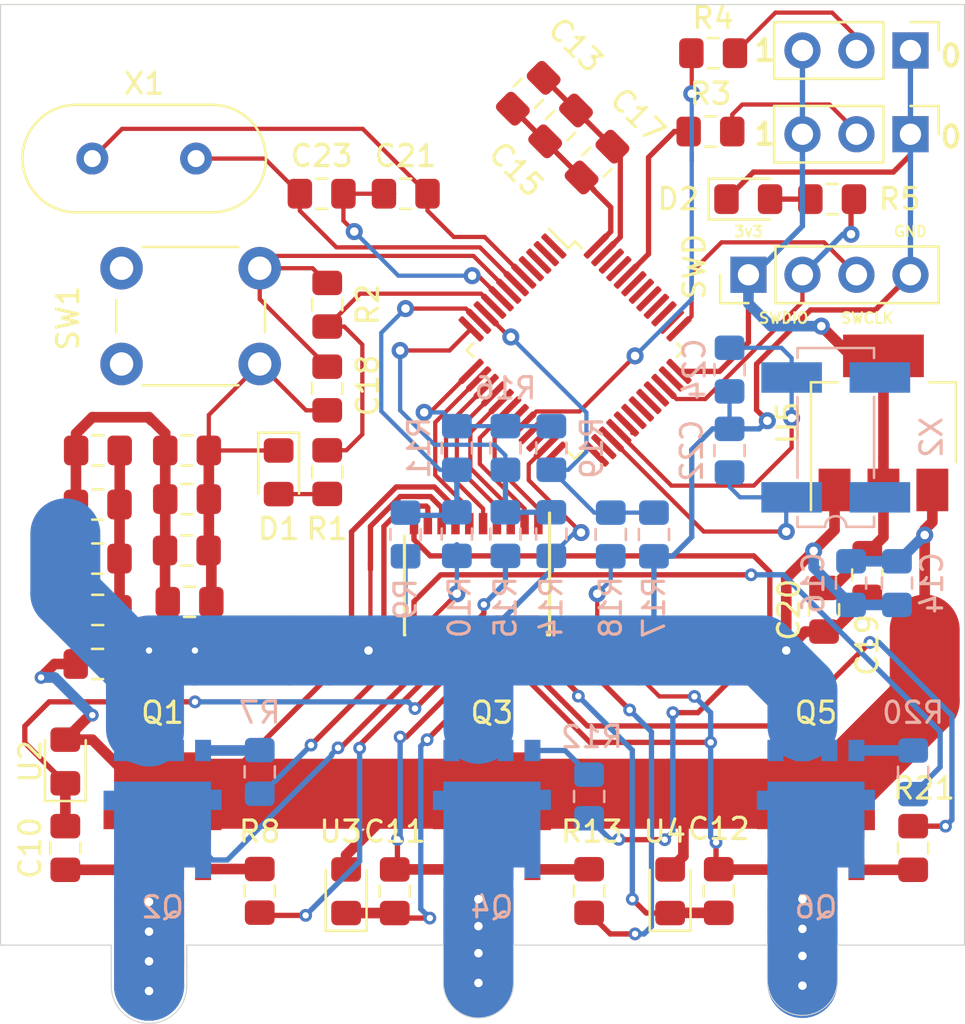
<source format=kicad_pcb>
(kicad_pcb (version 20171130) (host pcbnew "(5.1.4)-1")
  (layers (0 F.Cu signal) (31 B.Cu signal) (34 B.Paste user) (35 F.Paste user hide) (36 B.SilkS user) (37 F.SilkS user) (38 B.Mask user) (39 F.Mask user) (44 Edge.Cuts user))
  (net 0 "")
  (net 1 GND)
  (net 2 VCC)
  (net 3 PHASE_A)
  (net 4 "Net-(C10-Pad2)")
  (net 5 "Net-(C11-Pad2)")
  (net 6 PHASE_B)
  (net 7 PHASE_C)
  (net 8 "Net-(C12-Pad2)")
  (net 9 GL_A)
  (net 10 GH_A)
  (net 11 GL_B)
  (net 12 GH_B)
  (net 13 GL_C)
  (net 14 GH_C)
  (net 15 HIN_A)
  (net 16 HIN_B)
  (net 17 HIN_C)
  (net 18 LIN_A)
  (net 19 LIN_B)
  (net 20 LIN_C)
  (net 21 SENSE_A)
  (net 22 SENSE_COM)
  (net 23 SENSE_B)
  (net 24 SENSE_C)
  (net 25 "Net-(Q1-Pad2)")
  (net 26 "Net-(Q2-Pad2)")
  (net 27 "Net-(Q3-Pad2)")
  (net 28 "Net-(Q4-Pad2)")
  (net 29 "Net-(Q5-Pad2)")
  (net 30 "Net-(Q6-Pad2)")
  (net 31 /3V3)
  (net 32 /NRST)
  (net 33 "Net-(C21-Pad2)")
  (net 34 "Net-(C22-Pad2)")
  (net 35 "Net-(C23-Pad2)")
  (net 36 "Net-(C24-Pad2)")
  (net 37 "Net-(D1-Pad2)")
  (net 38 "Net-(D2-Pad2)")
  (net 39 /SWDIO)
  (net 40 /SWCLK)
  (net 41 /BOOT0)
  (net 42 /BOOT1)
  (net 43 "Net-(R3-Pad2)")
  (net 44 "Net-(R4-Pad1)")
  (net 45 "Net-(U6-Pad1)")
  (net 46 "Net-(U6-Pad2)")
  (net 47 "Net-(U6-Pad3)")
  (net 48 "Net-(U6-Pad4)")
  (net 49 "Net-(U6-Pad22)")
  (net 50 "Net-(U6-Pad25)")
  (net 51 "Net-(U6-Pad26)")
  (net 52 "Net-(U6-Pad29)")
  (net 53 "Net-(U6-Pad30)")
  (net 54 "Net-(U6-Pad31)")
  (net 55 "Net-(U6-Pad32)")
  (net 56 "Net-(U6-Pad33)")
  (net 57 "Net-(U6-Pad38)")
  (net 58 "Net-(U6-Pad39)")
  (net 59 "Net-(U6-Pad40)")
  (net 60 "Net-(U6-Pad21)")
  (net 61 "Net-(U6-Pad41)")
  (net 62 "Net-(U6-Pad42)")
  (net 63 "Net-(U6-Pad43)")
  (net 64 "Net-(U6-Pad45)")
  (net 65 "Net-(U6-Pad46)")
  (module Capacitor_SMD:C_0805_2012Metric_Pad1.15x1.40mm_HandSolder (layer F.Cu) (at 52.696 83.82 180)
    (fp_text reference C23 (at 0 1.778) (layer F.SilkS))
    (fp_text value 12pF)
    (pad 2 smd roundrect (at 1.025 0 180) (size 1.15 1.4) (layers F.Cu F.Paste F.Mask) (roundrect_rratio 0.217391) (net 35 "Net-(C23-Pad2)"))
    (pad 1 smd roundrect (at -1.025 0 180) (size 1.15 1.4) (layers F.Cu F.Paste F.Mask) (roundrect_rratio 0.217391) (net 1 GND))
  )
  (module Capacitor_SMD:C_0805_2012Metric_Pad1.15x1.40mm_HandSolder (layer F.Cu) (at 56.651 83.82)
    (fp_text reference C21 (at -0.009 -1.778) (layer F.SilkS))
    (fp_text value 12pF)
    (pad 1 smd roundrect (at -1.025 0) (size 1.15 1.4) (layers F.Cu F.Paste F.Mask) (roundrect_rratio 0.217391) (net 1 GND))
    (pad 2 smd roundrect (at 1.025 0) (size 1.15 1.4) (layers F.Cu F.Paste F.Mask) (roundrect_rratio 0.217391) (net 33 "Net-(C21-Pad2)"))
  )
  (module Crystal:Crystal_HC49-4H_Vertical (layer F.Cu) (at 41.91 82.169)
    (fp_text reference X1 (at 2.44 -3.525) (layer F.SilkS))
    (fp_text value 8MHz)
    (pad 1 thru_hole circle (at 0 0) (size 1.5 1.5) (drill 0.8) (layers *.Cu *.Mask) (net 33 "Net-(C21-Pad2)"))
    (pad 2 thru_hole circle (at 4.88 0) (size 1.5 1.5) (drill 0.8) (layers *.Cu *.Mask) (net 35 "Net-(C23-Pad2)"))
  )
  (module Capacitor_SMD:C_0805_2012Metric_Pad1.15x1.40mm_HandSolder (layer F.Cu) (at 42.164 100.965 180)
    (fp_text reference C1 hide)
    (fp_text value 100nF)
    (pad 2 smd roundrect (at 1.025 0 180) (size 1.15 1.4) (layers F.Cu F.Paste F.Mask) (roundrect_rratio 0.217391) (net 2 VCC))
    (pad 1 smd roundrect (at -1.025 0 180) (size 1.15 1.4) (layers F.Cu F.Paste F.Mask) (roundrect_rratio 0.217391) (net 1 GND))
  )
  (module Capacitor_SMD:C_0805_2012Metric_Pad1.15x1.40mm_HandSolder (layer F.Cu) (at 42.173 95.885 180)
    (fp_text reference C2 hide)
    (fp_text value 100nF)
    (pad 1 smd roundrect (at -1.025 0 180) (size 1.15 1.4) (layers F.Cu F.Paste F.Mask) (roundrect_rratio 0.217391) (net 1 GND))
    (pad 2 smd roundrect (at 1.025 0 180) (size 1.15 1.4) (layers F.Cu F.Paste F.Mask) (roundrect_rratio 0.217391) (net 2 VCC))
  )
  (module Capacitor_SMD:C_0805_2012Metric_Pad1.15x1.40mm_HandSolder (layer F.Cu) (at 42.155 105.918 180)
    (fp_text reference C3 hide)
    (fp_text value 100nF)
    (pad 2 smd roundrect (at 1.025 0 180) (size 1.15 1.4) (layers F.Cu F.Paste F.Mask) (roundrect_rratio 0.217391) (net 2 VCC))
    (pad 1 smd roundrect (at -1.025 0 180) (size 1.15 1.4) (layers F.Cu F.Paste F.Mask) (roundrect_rratio 0.217391) (net 1 GND))
  )
  (module Capacitor_SMD:C_0805_2012Metric_Pad1.15x1.40mm_HandSolder (layer F.Cu) (at 46.364 95.885 180)
    (fp_text reference C4 hide)
    (fp_text value 100nF)
    (pad 1 smd roundrect (at -1.025 0 180) (size 1.15 1.4) (layers F.Cu F.Paste F.Mask) (roundrect_rratio 0.217391) (net 1 GND))
    (pad 2 smd roundrect (at 1.025 0 180) (size 1.15 1.4) (layers F.Cu F.Paste F.Mask) (roundrect_rratio 0.217391) (net 2 VCC))
  )
  (module Capacitor_SMD:C_0805_2012Metric_Pad1.15x1.40mm_HandSolder (layer F.Cu) (at 42.164 103.378 180)
    (fp_text reference C5 hide)
    (fp_text value 100nF)
    (pad 2 smd roundrect (at 1.025 0 180) (size 1.15 1.4) (layers F.Cu F.Paste F.Mask) (roundrect_rratio 0.217391) (net 2 VCC))
    (pad 1 smd roundrect (at -1.025 0 180) (size 1.15 1.4) (layers F.Cu F.Paste F.Mask) (roundrect_rratio 0.217391) (net 1 GND))
  )
  (module Capacitor_SMD:C_0805_2012Metric_Pad1.15x1.40mm_HandSolder (layer F.Cu) (at 42.164 98.425 180)
    (fp_text reference C6 hide)
    (fp_text value 100nF)
    (pad 1 smd roundrect (at -1.025 0 180) (size 1.15 1.4) (layers F.Cu F.Paste F.Mask) (roundrect_rratio 0.217391) (net 1 GND))
    (pad 2 smd roundrect (at 1.025 0 180) (size 1.15 1.4) (layers F.Cu F.Paste F.Mask) (roundrect_rratio 0.217391) (net 2 VCC))
  )
  (module Capacitor_SMD:C_0805_2012Metric_Pad1.15x1.40mm_HandSolder (layer F.Cu) (at 46.364 98.171 180)
    (fp_text reference C7 hide)
    (fp_text value 1uF)
    (pad 1 smd roundrect (at -1.025 0 180) (size 1.15 1.4) (layers F.Cu F.Paste F.Mask) (roundrect_rratio 0.217391) (net 1 GND))
    (pad 2 smd roundrect (at 1.025 0 180) (size 1.15 1.4) (layers F.Cu F.Paste F.Mask) (roundrect_rratio 0.217391) (net 2 VCC))
  )
  (module Capacitor_SMD:C_0805_2012Metric_Pad1.15x1.40mm_HandSolder (layer F.Cu) (at 46.355 100.584 180)
    (fp_text reference C8 hide)
    (fp_text value 1uF)
    (pad 2 smd roundrect (at 1.025 0 180) (size 1.15 1.4) (layers F.Cu F.Paste F.Mask) (roundrect_rratio 0.217391) (net 2 VCC))
    (pad 1 smd roundrect (at -1.025 0 180) (size 1.15 1.4) (layers F.Cu F.Paste F.Mask) (roundrect_rratio 0.217391) (net 1 GND))
  )
  (module Capacitor_SMD:C_0805_2012Metric_Pad1.15x1.40mm_HandSolder (layer F.Cu) (at 46.482 102.997 180)
    (fp_text reference C9 hide)
    (fp_text value 1uF)
    (pad 1 smd roundrect (at -1.025 0 180) (size 1.15 1.4) (layers F.Cu F.Paste F.Mask) (roundrect_rratio 0.217391) (net 1 GND))
    (pad 2 smd roundrect (at 1.025 0 180) (size 1.15 1.4) (layers F.Cu F.Paste F.Mask) (roundrect_rratio 0.217391) (net 2 VCC))
  )
  (module Capacitor_SMD:C_0805_2012Metric_Pad1.15x1.40mm_HandSolder (layer F.Cu) (at 40.64 114.563 90)
    (fp_text reference C10 (at 0 -1.65 90) (layer F.SilkS))
    (fp_text value 100nF)
    (pad 2 smd roundrect (at 1.025 0 90) (size 1.15 1.4) (layers F.Cu F.Paste F.Mask) (roundrect_rratio 0.217391) (net 4 "Net-(C10-Pad2)"))
    (pad 1 smd roundrect (at -1.025 0 90) (size 1.15 1.4) (layers F.Cu F.Paste F.Mask) (roundrect_rratio 0.217391) (net 3 PHASE_A))
  )
  (module Capacitor_SMD:C_0805_2012Metric_Pad1.15x1.40mm_HandSolder (layer F.Cu) (at 56.134 116.595 270)
    (fp_text reference C11 (at -2.803 0 180) (layer F.SilkS))
    (fp_text value 100nF)
    (pad 1 smd roundrect (at -1.025 0 270) (size 1.15 1.4) (layers F.Cu F.Paste F.Mask) (roundrect_rratio 0.217391) (net 6 PHASE_B))
    (pad 2 smd roundrect (at 1.025 0 270) (size 1.15 1.4) (layers F.Cu F.Paste F.Mask) (roundrect_rratio 0.217391) (net 5 "Net-(C11-Pad2)"))
  )
  (module Capacitor_SMD:C_0805_2012Metric_Pad1.15x1.40mm_HandSolder (layer F.Cu) (at 71.374 116.586 270)
    (fp_text reference C12 (at -2.921 0 180) (layer F.SilkS))
    (fp_text value 100nF)
    (pad 2 smd roundrect (at 1.025 0 270) (size 1.15 1.4) (layers F.Cu F.Paste F.Mask) (roundrect_rratio 0.217391) (net 8 "Net-(C12-Pad2)"))
    (pad 1 smd roundrect (at -1.025 0 270) (size 1.15 1.4) (layers F.Cu F.Paste F.Mask) (roundrect_rratio 0.217391) (net 7 PHASE_C))
  )
  (module half_bridge_fd6288_v1:NTMS5C430 (layer F.Cu) (at 45.212 112.776)
    (fp_text reference Q1 (at 0 -4.572) (layer F.SilkS))
    (fp_text value Q_NMOS_DGS)
    (pad 3 smd rect (at -1.905 2.795) (size 0.75 1) (layers F.Cu F.Paste F.Mask) (net 3 PHASE_A))
    (pad 3 smd rect (at -0.635 2.795) (size 0.75 1) (layers F.Cu F.Paste F.Mask) (net 3 PHASE_A))
    (pad 3 smd rect (at 0.635 2.795) (size 0.75 1) (layers F.Cu F.Paste F.Mask) (net 3 PHASE_A))
    (pad 2 smd rect (at 1.905 2.795) (size 0.75 1) (layers F.Cu F.Paste F.Mask) (net 25 "Net-(Q1-Pad2)"))
    (pad 1 smd custom (at 0 0) (size 1.524 1.524) (layers F.Cu F.Paste F.Mask) (net 2 VCC) (options (clearance outline) (anchor rect)) (primitives (gr_poly (pts (xy 2.28 1.33) (xy 2.28 0.95) (xy 2.775 0.95) (xy 2.775 0) (xy 2.28 0) (xy 2.28 -3.2) (xy 1.53 -3.2) (xy 1.53 -2.705) (xy -1.53 -2.705) (xy -1.53 -3.2) (xy -2.28 -3.2) (xy -2.28 0) (xy -2.775 0) (xy -2.775 0.905) (xy -2.28 0.905) (xy -2.28 1.33)) (width 0))))
  )
  (module half_bridge_fd6288_v1:NTMS5C430 (layer B.Cu) (at 45.212 112.776)
    (fp_text reference Q2 (at 0 4.572) (layer B.SilkS) (effects (justify mirror)))
    (fp_text value Q_NMOS_DGS)
    (pad 1 smd custom (at 0 0) (size 1.524 1.524) (layers B.Cu B.Paste B.Mask) (net 3 PHASE_A) (options (clearance outline) (anchor rect)) (primitives (gr_poly (pts (xy 2.28 -1.33) (xy 2.28 -0.95) (xy 2.775 -0.95) (xy 2.775 0) (xy 2.28 0) (xy 2.28 3.2) (xy 1.53 3.2) (xy 1.53 2.705) (xy -1.53 2.705) (xy -1.53 3.2) (xy -2.28 3.2) (xy -2.28 0) (xy -2.775 0) (xy -2.775 -0.905) (xy -2.28 -0.905) (xy -2.28 -1.33)) (width 0))))
    (pad 2 smd rect (at 1.905 -2.795) (size 0.75 1) (layers B.Cu B.Paste B.Mask) (net 26 "Net-(Q2-Pad2)"))
    (pad 3 smd rect (at 0.635 -2.795) (size 0.75 1) (layers B.Cu B.Paste B.Mask) (net 1 GND))
    (pad 3 smd rect (at -0.635 -2.795) (size 0.75 1) (layers B.Cu B.Paste B.Mask) (net 1 GND))
    (pad 3 smd rect (at -1.905 -2.795) (size 0.75 1) (layers B.Cu B.Paste B.Mask) (net 1 GND))
  )
  (module half_bridge_fd6288_v1:NTMS5C430 (layer F.Cu) (at 60.706 112.776)
    (fp_text reference Q3 (at 0 -4.572) (layer F.SilkS))
    (fp_text value Q_NMOS_DGS)
    (pad 3 smd rect (at -1.905 2.795) (size 0.75 1) (layers F.Cu F.Paste F.Mask) (net 6 PHASE_B))
    (pad 3 smd rect (at -0.635 2.795) (size 0.75 1) (layers F.Cu F.Paste F.Mask) (net 6 PHASE_B))
    (pad 3 smd rect (at 0.635 2.795) (size 0.75 1) (layers F.Cu F.Paste F.Mask) (net 6 PHASE_B))
    (pad 2 smd rect (at 1.905 2.795) (size 0.75 1) (layers F.Cu F.Paste F.Mask) (net 27 "Net-(Q3-Pad2)"))
    (pad 1 smd custom (at 0 0) (size 1.524 1.524) (layers F.Cu F.Paste F.Mask) (net 2 VCC) (options (clearance outline) (anchor rect)) (primitives (gr_poly (pts (xy 2.28 1.33) (xy 2.28 0.95) (xy 2.775 0.95) (xy 2.775 0) (xy 2.28 0) (xy 2.28 -3.2) (xy 1.53 -3.2) (xy 1.53 -2.705) (xy -1.53 -2.705) (xy -1.53 -3.2) (xy -2.28 -3.2) (xy -2.28 0) (xy -2.775 0) (xy -2.775 0.905) (xy -2.28 0.905) (xy -2.28 1.33)) (width 0))))
  )
  (module half_bridge_fd6288_v1:NTMS5C430 (layer B.Cu) (at 60.706 112.776)
    (fp_text reference Q4 (at 0 4.572) (layer B.SilkS) (effects (justify mirror)))
    (fp_text value Q_NMOS_DGS)
    (pad 1 smd custom (at 0 0) (size 1.524 1.524) (layers B.Cu B.Paste B.Mask) (net 6 PHASE_B) (options (clearance outline) (anchor rect)) (primitives (gr_poly (pts (xy 2.28 -1.33) (xy 2.28 -0.95) (xy 2.775 -0.95) (xy 2.775 0) (xy 2.28 0) (xy 2.28 3.2) (xy 1.53 3.2) (xy 1.53 2.705) (xy -1.53 2.705) (xy -1.53 3.2) (xy -2.28 3.2) (xy -2.28 0) (xy -2.775 0) (xy -2.775 -0.905) (xy -2.28 -0.905) (xy -2.28 -1.33)) (width 0))))
    (pad 2 smd rect (at 1.905 -2.795) (size 0.75 1) (layers B.Cu B.Paste B.Mask) (net 28 "Net-(Q4-Pad2)"))
    (pad 3 smd rect (at 0.635 -2.795) (size 0.75 1) (layers B.Cu B.Paste B.Mask) (net 1 GND))
    (pad 3 smd rect (at -0.635 -2.795) (size 0.75 1) (layers B.Cu B.Paste B.Mask) (net 1 GND))
    (pad 3 smd rect (at -1.905 -2.795) (size 0.75 1) (layers B.Cu B.Paste B.Mask) (net 1 GND))
  )
  (module half_bridge_fd6288_v1:NTMS5C430 (layer F.Cu) (at 75.946 112.776)
    (fp_text reference Q5 (at 0 -4.572) (layer F.SilkS))
    (fp_text value Q_NMOS_DGS)
    (pad 3 smd rect (at -1.905 2.795) (size 0.75 1) (layers F.Cu F.Paste F.Mask) (net 7 PHASE_C))
    (pad 3 smd rect (at -0.635 2.795) (size 0.75 1) (layers F.Cu F.Paste F.Mask) (net 7 PHASE_C))
    (pad 3 smd rect (at 0.635 2.795) (size 0.75 1) (layers F.Cu F.Paste F.Mask) (net 7 PHASE_C))
    (pad 2 smd rect (at 1.905 2.795) (size 0.75 1) (layers F.Cu F.Paste F.Mask) (net 29 "Net-(Q5-Pad2)"))
    (pad 1 smd custom (at 0 0) (size 1.524 1.524) (layers F.Cu F.Paste F.Mask) (net 2 VCC) (options (clearance outline) (anchor rect)) (primitives (gr_poly (pts (xy 2.28 1.33) (xy 2.28 0.95) (xy 2.775 0.95) (xy 2.775 0) (xy 2.28 0) (xy 2.28 -3.2) (xy 1.53 -3.2) (xy 1.53 -2.705) (xy -1.53 -2.705) (xy -1.53 -3.2) (xy -2.28 -3.2) (xy -2.28 0) (xy -2.775 0) (xy -2.775 0.905) (xy -2.28 0.905) (xy -2.28 1.33)) (width 0))))
  )
  (module half_bridge_fd6288_v1:NTMS5C430 (layer B.Cu) (at 75.946 112.776)
    (fp_text reference Q6 (at 0 4.572) (layer B.SilkS) (effects (justify mirror)))
    (fp_text value Q_NMOS_DGS)
    (pad 1 smd custom (at 0 0) (size 1.524 1.524) (layers B.Cu B.Paste B.Mask) (net 7 PHASE_C) (options (clearance outline) (anchor rect)) (primitives (gr_poly (pts (xy 2.28 -1.33) (xy 2.28 -0.95) (xy 2.775 -0.95) (xy 2.775 0) (xy 2.28 0) (xy 2.28 3.2) (xy 1.53 3.2) (xy 1.53 2.705) (xy -1.53 2.705) (xy -1.53 3.2) (xy -2.28 3.2) (xy -2.28 0) (xy -2.775 0) (xy -2.775 -0.905) (xy -2.28 -0.905) (xy -2.28 -1.33)) (width 0))))
    (pad 2 smd rect (at 1.905 -2.795) (size 0.75 1) (layers B.Cu B.Paste B.Mask) (net 30 "Net-(Q6-Pad2)"))
    (pad 3 smd rect (at 0.635 -2.795) (size 0.75 1) (layers B.Cu B.Paste B.Mask) (net 1 GND))
    (pad 3 smd rect (at -0.635 -2.795) (size 0.75 1) (layers B.Cu B.Paste B.Mask) (net 1 GND))
    (pad 3 smd rect (at -1.905 -2.795) (size 0.75 1) (layers B.Cu B.Paste B.Mask) (net 1 GND))
  )
  (module Resistor_SMD:R_0805_2012Metric_Pad1.15x1.40mm_HandSolder (layer B.Cu) (at 49.784 110.989 90)
    (fp_text reference R7 (at 2.785 0) (layer B.SilkS) (effects (justify mirror)))
    (fp_text value 3.3)
    (pad 1 smd roundrect (at -1.025 0 90) (size 1.15 1.4) (layers B.Cu B.Paste B.Mask) (roundrect_rratio 0.217391) (net 9 GL_A))
    (pad 2 smd roundrect (at 1.025 0 90) (size 1.15 1.4) (layers B.Cu B.Paste B.Mask) (roundrect_rratio 0.217391) (net 26 "Net-(Q2-Pad2)"))
  )
  (module Resistor_SMD:R_0805_2012Metric_Pad1.15x1.40mm_HandSolder (layer F.Cu) (at 49.784 116.577 90)
    (fp_text reference R8 (at 2.785 0 180) (layer F.SilkS))
    (fp_text value 3.3)
    (pad 2 smd roundrect (at 1.025 0 90) (size 1.15 1.4) (layers F.Cu F.Paste F.Mask) (roundrect_rratio 0.217391) (net 25 "Net-(Q1-Pad2)"))
    (pad 1 smd roundrect (at -1.025 0 90) (size 1.15 1.4) (layers F.Cu F.Paste F.Mask) (roundrect_rratio 0.217391) (net 10 GH_A))
  )
  (module Resistor_SMD:R_0805_2012Metric_Pad1.15x1.40mm_HandSolder (layer B.Cu) (at 56.642 99.831 270)
    (fp_text reference R9 (at 3.039 0 270) (layer B.SilkS) (effects (justify mirror)))
    (fp_text value 33K)
    (pad 2 smd roundrect (at 1.025 0 270) (size 1.15 1.4) (layers B.Cu B.Paste B.Mask) (roundrect_rratio 0.217391) (net 1 GND))
    (pad 1 smd roundrect (at -1.025 0 270) (size 1.15 1.4) (layers B.Cu B.Paste B.Mask) (roundrect_rratio 0.217391) (net 21 SENSE_A))
  )
  (module Resistor_SMD:R_0805_2012Metric_Pad1.15x1.40mm_HandSolder (layer B.Cu) (at 59.055 99.813 90)
    (fp_text reference R10 (at -3.438 0.127 90) (layer B.SilkS) (effects (justify mirror)))
    (fp_text value 120K)
    (pad 1 smd roundrect (at -1.025 0 90) (size 1.15 1.4) (layers B.Cu B.Paste B.Mask) (roundrect_rratio 0.217391) (net 3 PHASE_A))
    (pad 2 smd roundrect (at 1.025 0 90) (size 1.15 1.4) (layers B.Cu B.Paste B.Mask) (roundrect_rratio 0.217391) (net 21 SENSE_A))
  )
  (module Resistor_SMD:R_0805_2012Metric_Pad1.15x1.40mm_HandSolder (layer B.Cu) (at 59.055 95.767 270)
    (fp_text reference R11 (at -0.009 1.778 270) (layer B.SilkS) (effects (justify mirror)))
    (fp_text value 3.3K)
    (pad 1 smd roundrect (at -1.025 0 270) (size 1.15 1.4) (layers B.Cu B.Paste B.Mask) (roundrect_rratio 0.217391) (net 22 SENSE_COM))
    (pad 2 smd roundrect (at 1.025 0 270) (size 1.15 1.4) (layers B.Cu B.Paste B.Mask) (roundrect_rratio 0.217391) (net 21 SENSE_A))
  )
  (module Resistor_SMD:R_0805_2012Metric_Pad1.15x1.40mm_HandSolder (layer B.Cu) (at 65.278 112.141 90)
    (fp_text reference R12 (at 2.794 0.127) (layer B.SilkS) (effects (justify mirror)))
    (fp_text value 3.3)
    (pad 1 smd roundrect (at -1.025 0 90) (size 1.15 1.4) (layers B.Cu B.Paste B.Mask) (roundrect_rratio 0.217391) (net 11 GL_B))
    (pad 2 smd roundrect (at 1.025 0 90) (size 1.15 1.4) (layers B.Cu B.Paste B.Mask) (roundrect_rratio 0.217391) (net 28 "Net-(Q4-Pad2)"))
  )
  (module Resistor_SMD:R_0805_2012Metric_Pad1.15x1.40mm_HandSolder (layer F.Cu) (at 65.278 116.586 90)
    (fp_text reference R13 (at 2.794 0.127 180) (layer F.SilkS))
    (fp_text value 3.3)
    (pad 2 smd roundrect (at 1.025 0 90) (size 1.15 1.4) (layers F.Cu F.Paste F.Mask) (roundrect_rratio 0.217391) (net 27 "Net-(Q3-Pad2)"))
    (pad 1 smd roundrect (at -1.025 0 90) (size 1.15 1.4) (layers F.Cu F.Paste F.Mask) (roundrect_rratio 0.217391) (net 12 GH_B))
  )
  (module Resistor_SMD:R_0805_2012Metric_Pad1.15x1.40mm_HandSolder (layer B.Cu) (at 63.5 99.813 270)
    (fp_text reference R14 (at 3.438 0 90) (layer B.SilkS) (effects (justify mirror)))
    (fp_text value 33K)
    (pad 1 smd roundrect (at -1.025 0 270) (size 1.15 1.4) (layers B.Cu B.Paste B.Mask) (roundrect_rratio 0.217391) (net 23 SENSE_B))
    (pad 2 smd roundrect (at 1.025 0 270) (size 1.15 1.4) (layers B.Cu B.Paste B.Mask) (roundrect_rratio 0.217391) (net 1 GND))
  )
  (module Resistor_SMD:R_0805_2012Metric_Pad1.15x1.40mm_HandSolder (layer B.Cu) (at 61.341 99.813 90)
    (fp_text reference R15 (at -3.438 0 90) (layer B.SilkS) (effects (justify mirror)))
    (fp_text value 120K)
    (pad 2 smd roundrect (at 1.025 0 90) (size 1.15 1.4) (layers B.Cu B.Paste B.Mask) (roundrect_rratio 0.217391) (net 23 SENSE_B))
    (pad 1 smd roundrect (at -1.025 0 90) (size 1.15 1.4) (layers B.Cu B.Paste B.Mask) (roundrect_rratio 0.217391) (net 6 PHASE_B))
  )
  (module Resistor_SMD:R_0805_2012Metric_Pad1.15x1.40mm_HandSolder (layer B.Cu) (at 61.341 95.767 270)
    (fp_text reference R16 (at -2.803 0 180) (layer B.SilkS) (effects (justify mirror)))
    (fp_text value 3.3K)
    (pad 1 smd roundrect (at -1.025 0 270) (size 1.15 1.4) (layers B.Cu B.Paste B.Mask) (roundrect_rratio 0.217391) (net 22 SENSE_COM))
    (pad 2 smd roundrect (at 1.025 0 270) (size 1.15 1.4) (layers B.Cu B.Paste B.Mask) (roundrect_rratio 0.217391) (net 23 SENSE_B))
  )
  (module Resistor_SMD:R_0805_2012Metric_Pad1.15x1.40mm_HandSolder (layer B.Cu) (at 68.326 99.831 270)
    (fp_text reference R17 (at 3.42 0 270) (layer B.SilkS) (effects (justify mirror)))
    (fp_text value 33K)
    (pad 1 smd roundrect (at -1.025 0 270) (size 1.15 1.4) (layers B.Cu B.Paste B.Mask) (roundrect_rratio 0.217391) (net 24 SENSE_C))
    (pad 2 smd roundrect (at 1.025 0 270) (size 1.15 1.4) (layers B.Cu B.Paste B.Mask) (roundrect_rratio 0.217391) (net 1 GND))
  )
  (module Resistor_SMD:R_0805_2012Metric_Pad1.15x1.40mm_HandSolder (layer B.Cu) (at 66.294 99.831 90)
    (fp_text reference R18 (at -3.42 0 270) (layer B.SilkS) (effects (justify mirror)))
    (fp_text value 120K)
    (pad 2 smd roundrect (at 1.025 0 90) (size 1.15 1.4) (layers B.Cu B.Paste B.Mask) (roundrect_rratio 0.217391) (net 24 SENSE_C))
    (pad 1 smd roundrect (at -1.025 0 90) (size 1.15 1.4) (layers B.Cu B.Paste B.Mask) (roundrect_rratio 0.217391) (net 7 PHASE_C))
  )
  (module Resistor_SMD:R_0805_2012Metric_Pad1.15x1.40mm_HandSolder (layer B.Cu) (at 63.5 95.767 270)
    (fp_text reference R19 (at -0.009 -1.905 90) (layer B.SilkS) (effects (justify mirror)))
    (fp_text value 3.3K)
    (pad 2 smd roundrect (at 1.025 0 270) (size 1.15 1.4) (layers B.Cu B.Paste B.Mask) (roundrect_rratio 0.217391) (net 24 SENSE_C))
    (pad 1 smd roundrect (at -1.025 0 270) (size 1.15 1.4) (layers B.Cu B.Paste B.Mask) (roundrect_rratio 0.217391) (net 22 SENSE_COM))
  )
  (module Resistor_SMD:R_0805_2012Metric_Pad1.15x1.40mm_HandSolder (layer B.Cu) (at 80.518 111.007 90)
    (fp_text reference R20 (at 2.803 0 180) (layer B.SilkS) (effects (justify mirror)))
    (fp_text value 3.3)
    (pad 1 smd roundrect (at -1.025 0 90) (size 1.15 1.4) (layers B.Cu B.Paste B.Mask) (roundrect_rratio 0.217391) (net 13 GL_C))
    (pad 2 smd roundrect (at 1.025 0 90) (size 1.15 1.4) (layers B.Cu B.Paste B.Mask) (roundrect_rratio 0.217391) (net 30 "Net-(Q6-Pad2)"))
  )
  (module Resistor_SMD:R_0805_2012Metric_Pad1.15x1.40mm_HandSolder (layer F.Cu) (at 80.518 114.563 270)
    (fp_text reference R21 (at -2.803 -0.508 180) (layer F.SilkS))
    (fp_text value 3.3)
    (pad 2 smd roundrect (at 1.025 0 270) (size 1.15 1.4) (layers F.Cu F.Paste F.Mask) (roundrect_rratio 0.217391) (net 29 "Net-(Q5-Pad2)"))
    (pad 1 smd roundrect (at -1.025 0 270) (size 1.15 1.4) (layers F.Cu F.Paste F.Mask) (roundrect_rratio 0.217391) (net 14 GH_C))
  )
  (module Package_SO:SSOP-20_4.4x6.5mm_P0.65mm (layer F.Cu) (at 59.965 102.224 270)
    (fp_text reference U1 hide)
    (fp_text value FD6288)
    (pad 1 smd rect (at -2.9 -2.925 270) (size 1 0.4) (layers F.Cu F.Paste F.Mask) (net 17 HIN_C))
    (pad 2 smd rect (at -2.9 -2.275 270) (size 1 0.4) (layers F.Cu F.Paste F.Mask) (net 16 HIN_B))
    (pad 3 smd rect (at -2.9 -1.625 270) (size 1 0.4) (layers F.Cu F.Paste F.Mask) (net 15 HIN_A))
    (pad 4 smd rect (at -2.9 -0.975 270) (size 1 0.4) (layers F.Cu F.Paste F.Mask) (net 20 LIN_C))
    (pad 5 smd rect (at -2.9 -0.325 270) (size 1 0.4) (layers F.Cu F.Paste F.Mask) (net 19 LIN_B))
    (pad 6 smd rect (at -2.9 0.325 270) (size 1 0.4) (layers F.Cu F.Paste F.Mask) (net 18 LIN_A))
    (pad 7 smd rect (at -2.9 0.975 270) (size 1 0.4) (layers F.Cu F.Paste F.Mask) (net 2 VCC))
    (pad 8 smd rect (at -2.9 1.625 270) (size 1 0.4) (layers F.Cu F.Paste F.Mask) (net 1 GND))
    (pad 9 smd rect (at -2.9 2.275 270) (size 1 0.4) (layers F.Cu F.Paste F.Mask) (net 9 GL_A))
    (pad 10 smd rect (at -2.9 2.925 270) (size 1 0.4) (layers F.Cu F.Paste F.Mask) (net 11 GL_B))
    (pad 11 smd rect (at 2.9 2.925 270) (size 1 0.4) (layers F.Cu F.Paste F.Mask) (net 13 GL_C))
    (pad 12 smd rect (at 2.9 2.275 270) (size 1 0.4) (layers F.Cu F.Paste F.Mask) (net 3 PHASE_A))
    (pad 13 smd rect (at 2.9 1.625 270) (size 1 0.4) (layers F.Cu F.Paste F.Mask) (net 10 GH_A))
    (pad 14 smd rect (at 2.9 0.975 270) (size 1 0.4) (layers F.Cu F.Paste F.Mask) (net 4 "Net-(C10-Pad2)"))
    (pad 15 smd rect (at 2.9 0.325 270) (size 1 0.4) (layers F.Cu F.Paste F.Mask) (net 6 PHASE_B))
    (pad 16 smd rect (at 2.9 -0.325 270) (size 1 0.4) (layers F.Cu F.Paste F.Mask) (net 12 GH_B))
    (pad 17 smd rect (at 2.9 -0.975 270) (size 1 0.4) (layers F.Cu F.Paste F.Mask) (net 5 "Net-(C11-Pad2)"))
    (pad 18 smd rect (at 2.9 -1.625 270) (size 1 0.4) (layers F.Cu F.Paste F.Mask) (net 7 PHASE_C))
    (pad 19 smd rect (at 2.9 -2.275 270) (size 1 0.4) (layers F.Cu F.Paste F.Mask) (net 14 GH_C))
    (pad 20 smd rect (at 2.9 -2.925 270) (size 1 0.4) (layers F.Cu F.Paste F.Mask) (net 8 "Net-(C12-Pad2)"))
  )
  (module Diode_SMD:D_0805_2012Metric_Pad1.15x1.40mm_HandSolder (layer F.Cu) (at 40.64 110.499 90)
    (fp_text reference U2 (at 0 -1.65 90) (layer F.SilkS))
    (fp_text value MURA110T3)
    (pad 1 smd roundrect (at -1.025 0 90) (size 1.15 1.4) (layers F.Cu F.Paste F.Mask) (roundrect_rratio 0.217391) (net 4 "Net-(C10-Pad2)"))
    (pad 2 smd roundrect (at 1.025 0 90) (size 1.15 1.4) (layers F.Cu F.Paste F.Mask) (roundrect_rratio 0.217391) (net 2 VCC))
  )
  (module Diode_SMD:D_0805_2012Metric_Pad1.15x1.40mm_HandSolder (layer F.Cu) (at 53.848 116.595 90)
    (fp_text reference U3 (at 2.803 -0.254 180) (layer F.SilkS))
    (fp_text value MURA110T3)
    (pad 1 smd roundrect (at -1.025 0 90) (size 1.15 1.4) (layers F.Cu F.Paste F.Mask) (roundrect_rratio 0.217391) (net 5 "Net-(C11-Pad2)"))
    (pad 2 smd roundrect (at 1.025 0 90) (size 1.15 1.4) (layers F.Cu F.Paste F.Mask) (roundrect_rratio 0.217391) (net 2 VCC))
  )
  (module Diode_SMD:D_0805_2012Metric_Pad1.15x1.40mm_HandSolder (layer F.Cu) (at 69.088 116.595 90)
    (fp_text reference U4 (at 2.803 -0.254 180) (layer F.SilkS))
    (fp_text value MURA110T3)
    (pad 2 smd roundrect (at 1.025 0 90) (size 1.15 1.4) (layers F.Cu F.Paste F.Mask) (roundrect_rratio 0.217391) (net 2 VCC))
    (pad 1 smd roundrect (at -1.025 0 90) (size 1.15 1.4) (layers F.Cu F.Paste F.Mask) (roundrect_rratio 0.217391) (net 8 "Net-(C12-Pad2)"))
  )
  (module Capacitor_SMD:C_0805_2012Metric_Pad1.15x1.40mm_HandSolder (layer F.Cu) (at 62.414506 79.100142 225)
    (fp_text reference C13 (at -3.17748 0.025914 135) (layer F.SilkS))
    (fp_text value 100nF)
    (pad 1 smd roundrect (at -1.025 0 225) (size 1.15 1.4) (layers F.Cu F.Paste F.Mask) (roundrect_rratio 0.217391) (net 1 GND))
    (pad 2 smd roundrect (at 1.025 0 225) (size 1.15 1.4) (layers F.Cu F.Paste F.Mask) (roundrect_rratio 0.217391) (net 31 /3V3))
  )
  (module Capacitor_SMD:C_0805_2012Metric_Pad1.15x1.40mm_HandSolder (layer B.Cu) (at 79.756 102.117 90)
    (fp_text reference C14 (at 0 1.65 -90) (layer B.SilkS) (effects (justify mirror)))
    (fp_text value 100uF)
    (pad 2 smd roundrect (at 1.025 0 90) (size 1.15 1.4) (layers B.Cu B.Paste B.Mask) (roundrect_rratio 0.217391) (net 2 VCC))
    (pad 1 smd roundrect (at -1.025 0 90) (size 1.15 1.4) (layers B.Cu B.Paste B.Mask) (roundrect_rratio 0.217391) (net 1 GND))
  )
  (module Capacitor_SMD:C_0805_2012Metric_Pad1.15x1.40mm_HandSolder (layer F.Cu) (at 63.934786 80.63315 225)
    (fp_text reference C15 (at 2.920094 0.029653 135) (layer F.SilkS))
    (fp_text value 100nF)
    (pad 1 smd roundrect (at -1.025 0 225) (size 1.15 1.4) (layers F.Cu F.Paste F.Mask) (roundrect_rratio 0.217391) (net 1 GND))
    (pad 2 smd roundrect (at 1.025 0 225) (size 1.15 1.4) (layers F.Cu F.Paste F.Mask) (roundrect_rratio 0.217391) (net 31 /3V3))
  )
  (module Capacitor_SMD:C_0805_2012Metric_Pad1.15x1.40mm_HandSolder (layer B.Cu) (at 77.597 102.117 90)
    (fp_text reference C16 (at 0.009 -1.778 270) (layer B.SilkS) (effects (justify mirror)))
    (fp_text value 100nF)
    (pad 1 smd roundrect (at -1.025 0 90) (size 1.15 1.4) (layers B.Cu B.Paste B.Mask) (roundrect_rratio 0.217391) (net 1 GND))
    (pad 2 smd roundrect (at 1.025 0 90) (size 1.15 1.4) (layers B.Cu B.Paste B.Mask) (roundrect_rratio 0.217391) (net 2 VCC))
  )
  (module Capacitor_SMD:C_0805_2012Metric_Pad1.15x1.40mm_HandSolder (layer F.Cu) (at 65.647398 82.333034 225)
    (fp_text reference C17 (at -2.908073 0.197588 135) (layer F.SilkS))
    (fp_text value 100nF)
    (pad 2 smd roundrect (at 1.025 0 225) (size 1.15 1.4) (layers F.Cu F.Paste F.Mask) (roundrect_rratio 0.217391) (net 31 /3V3))
    (pad 1 smd roundrect (at -1.025 0 225) (size 1.15 1.4) (layers F.Cu F.Paste F.Mask) (roundrect_rratio 0.217391) (net 1 GND))
  )
  (module Capacitor_SMD:C_0805_2012Metric_Pad1.15x1.40mm_HandSolder (layer F.Cu) (at 52.959 92.973 90)
    (fp_text reference C18 (at 0.136 1.905 90) (layer F.SilkS))
    (fp_text value 1uF)
    (pad 2 smd roundrect (at 1.025 0 90) (size 1.15 1.4) (layers F.Cu F.Paste F.Mask) (roundrect_rratio 0.217391) (net 32 /NRST))
    (pad 1 smd roundrect (at -1.025 0 90) (size 1.15 1.4) (layers F.Cu F.Paste F.Mask) (roundrect_rratio 0.217391) (net 1 GND))
  )
  (module Capacitor_SMD:C_0805_2012Metric_Pad1.15x1.40mm_HandSolder (layer F.Cu) (at 78.359 101.736 90)
    (fp_text reference C19 (at -3.293 0 90) (layer F.SilkS))
    (fp_text value 330uF)
    (pad 2 smd roundrect (at 1.025 0 90) (size 1.15 1.4) (layers F.Cu F.Paste F.Mask) (roundrect_rratio 0.217391) (net 31 /3V3))
    (pad 1 smd roundrect (at -1.025 0 90) (size 1.15 1.4) (layers F.Cu F.Paste F.Mask) (roundrect_rratio 0.217391) (net 1 GND))
  )
  (module Capacitor_SMD:C_0805_2012Metric_Pad1.15x1.40mm_HandSolder (layer F.Cu) (at 76.327 103.369 90)
    (fp_text reference C20 (at 0 -1.65 90) (layer F.SilkS))
    (fp_text value 100nF)
    (pad 1 smd roundrect (at -1.025 0 90) (size 1.15 1.4) (layers F.Cu F.Paste F.Mask) (roundrect_rratio 0.217391) (net 1 GND))
    (pad 2 smd roundrect (at 1.025 0 90) (size 1.15 1.4) (layers F.Cu F.Paste F.Mask) (roundrect_rratio 0.217391) (net 31 /3V3))
  )
  (module Capacitor_SMD:C_0805_2012Metric_Pad1.15x1.40mm_HandSolder (layer B.Cu) (at 71.882 95.894 270)
    (fp_text reference C22 (at 0 1.778 270) (layer B.SilkS) (effects (justify mirror)))
    (fp_text value 100pF)
    (pad 1 smd roundrect (at -1.025 0 270) (size 1.15 1.4) (layers B.Cu B.Paste B.Mask) (roundrect_rratio 0.217391) (net 1 GND))
    (pad 2 smd roundrect (at 1.025 0 270) (size 1.15 1.4) (layers B.Cu B.Paste B.Mask) (roundrect_rratio 0.217391) (net 34 "Net-(C22-Pad2)"))
  )
  (module Capacitor_SMD:C_0805_2012Metric_Pad1.15x1.40mm_HandSolder (layer B.Cu) (at 71.882 92.084 90)
    (fp_text reference C24 (at 0.009 -1.651 270) (layer B.SilkS) (effects (justify mirror)))
    (fp_text value 100pF)
    (pad 2 smd roundrect (at 1.025 0 90) (size 1.15 1.4) (layers B.Cu B.Paste B.Mask) (roundrect_rratio 0.217391) (net 36 "Net-(C24-Pad2)"))
    (pad 1 smd roundrect (at -1.025 0 90) (size 1.15 1.4) (layers B.Cu B.Paste B.Mask) (roundrect_rratio 0.217391) (net 1 GND))
  )
  (module LED_SMD:LED_0805_2012Metric_Pad1.15x1.40mm_HandSolder (layer F.Cu) (at 50.673 96.91 270)
    (fp_text reference D1 (at 2.658 0 180) (layer F.SilkS))
    (fp_text value PWR_LED)
    (pad 1 smd roundrect (at -1.025 0 270) (size 1.15 1.4) (layers F.Cu F.Paste F.Mask) (roundrect_rratio 0.217391) (net 1 GND))
    (pad 2 smd roundrect (at 1.025 0 270) (size 1.15 1.4) (layers F.Cu F.Paste F.Mask) (roundrect_rratio 0.217391) (net 37 "Net-(D1-Pad2)"))
  )
  (module LED_SMD:LED_0805_2012Metric_Pad1.15x1.40mm_HandSolder (layer F.Cu) (at 72.762 84.074)
    (fp_text reference D2 (at -3.293 0) (layer F.SilkS))
    (fp_text value PROG_LED)
    (pad 2 smd roundrect (at 1.025 0) (size 1.15 1.4) (layers F.Cu F.Paste F.Mask) (roundrect_rratio 0.217391) (net 38 "Net-(D2-Pad2)"))
    (pad 1 smd roundrect (at -1.025 0) (size 1.15 1.4) (layers F.Cu F.Paste F.Mask) (roundrect_rratio 0.217391) (net 1 GND))
  )
  (module Connector_PinHeader_2.54mm:PinHeader_1x04_P2.54mm_Vertical (layer F.Cu) (at 72.771 87.63 90)
    (fp_text reference SWD (at 0.381 -2.54 90) (layer F.SilkS))
    (fp_text value SWD)
    (pad 1 thru_hole rect (at 0 0 90) (size 1.7 1.7) (drill 1) (layers *.Cu *.Mask) (net 31 /3V3))
    (pad 2 thru_hole oval (at 0 2.54 90) (size 1.7 1.7) (drill 1) (layers *.Cu *.Mask) (net 39 /SWDIO))
    (pad 3 thru_hole oval (at 0 5.08 90) (size 1.7 1.7) (drill 1) (layers *.Cu *.Mask) (net 40 /SWCLK))
    (pad 4 thru_hole oval (at 0 7.62 90) (size 1.7 1.7) (drill 1) (layers *.Cu *.Mask) (net 1 GND))
  )
  (module Connector_PinHeader_2.54mm:PinHeader_1x03_P2.54mm_Vertical (layer F.Cu) (at 80.391 81.026 270)
    (fp_text reference J2 hide)
    (fp_text value BOOT0)
    (pad 1 thru_hole rect (at 0 0 270) (size 1.7 1.7) (drill 1) (layers *.Cu *.Mask) (net 1 GND))
    (pad 2 thru_hole oval (at 0 2.54 270) (size 1.7 1.7) (drill 1) (layers *.Cu *.Mask) (net 41 /BOOT0))
    (pad 3 thru_hole oval (at 0 5.08 270) (size 1.7 1.7) (drill 1) (layers *.Cu *.Mask) (net 31 /3V3))
  )
  (module Connector_PinHeader_2.54mm:PinHeader_1x03_P2.54mm_Vertical (layer F.Cu) (at 80.391 77.089 270)
    (fp_text reference J3 hide)
    (fp_text value BOOT1)
    (pad 3 thru_hole oval (at 0 5.08 270) (size 1.7 1.7) (drill 1) (layers *.Cu *.Mask) (net 31 /3V3))
    (pad 2 thru_hole oval (at 0 2.54 270) (size 1.7 1.7) (drill 1) (layers *.Cu *.Mask) (net 42 /BOOT1))
    (pad 1 thru_hole rect (at 0 0 270) (size 1.7 1.7) (drill 1) (layers *.Cu *.Mask) (net 1 GND))
  )
  (module Resistor_SMD:R_0805_2012Metric_Pad1.15x1.40mm_HandSolder (layer F.Cu) (at 52.959 96.901 270)
    (fp_text reference R1 (at 2.667 0 180) (layer F.SilkS))
    (fp_text value 330R)
    (pad 1 smd roundrect (at -1.025 0 270) (size 1.15 1.4) (layers F.Cu F.Paste F.Mask) (roundrect_rratio 0.217391) (net 31 /3V3))
    (pad 2 smd roundrect (at 1.025 0 270) (size 1.15 1.4) (layers F.Cu F.Paste F.Mask) (roundrect_rratio 0.217391) (net 37 "Net-(D1-Pad2)"))
  )
  (module Resistor_SMD:R_0805_2012Metric_Pad1.15x1.40mm_HandSolder (layer F.Cu) (at 52.959 89.036 90)
    (fp_text reference R2 (at 0.009 1.905 90) (layer F.SilkS))
    (fp_text value 10K)
    (pad 1 smd roundrect (at -1.025 0 90) (size 1.15 1.4) (layers F.Cu F.Paste F.Mask) (roundrect_rratio 0.217391) (net 31 /3V3))
    (pad 2 smd roundrect (at 1.025 0 90) (size 1.15 1.4) (layers F.Cu F.Paste F.Mask) (roundrect_rratio 0.217391) (net 32 /NRST))
  )
  (module Resistor_SMD:R_0805_2012Metric_Pad1.15x1.40mm_HandSolder (layer F.Cu) (at 70.984 80.899 180)
    (fp_text reference R3 (at 0 1.778) (layer F.SilkS))
    (fp_text value 100K)
    (pad 1 smd roundrect (at -1.025 0 180) (size 1.15 1.4) (layers F.Cu F.Paste F.Mask) (roundrect_rratio 0.217391) (net 41 /BOOT0))
    (pad 2 smd roundrect (at 1.025 0 180) (size 1.15 1.4) (layers F.Cu F.Paste F.Mask) (roundrect_rratio 0.217391) (net 43 "Net-(R3-Pad2)"))
  )
  (module Resistor_SMD:R_0805_2012Metric_Pad1.15x1.40mm_HandSolder (layer F.Cu) (at 71.111 77.216)
    (fp_text reference R4 (at 0 -1.65) (layer F.SilkS))
    (fp_text value 100K)
    (pad 2 smd roundrect (at 1.025 0) (size 1.15 1.4) (layers F.Cu F.Paste F.Mask) (roundrect_rratio 0.217391) (net 42 /BOOT1))
    (pad 1 smd roundrect (at -1.025 0) (size 1.15 1.4) (layers F.Cu F.Paste F.Mask) (roundrect_rratio 0.217391) (net 44 "Net-(R4-Pad1)"))
  )
  (module Resistor_SMD:R_0805_2012Metric_Pad1.15x1.40mm_HandSolder (layer F.Cu) (at 76.708 84.074 180)
    (fp_text reference R5 (at -3.175 0) (layer F.SilkS))
    (fp_text value 330R)
    (pad 2 smd roundrect (at 1.025 0 180) (size 1.15 1.4) (layers F.Cu F.Paste F.Mask) (roundrect_rratio 0.217391) (net 38 "Net-(D2-Pad2)"))
    (pad 1 smd roundrect (at -1.025 0 180) (size 1.15 1.4) (layers F.Cu F.Paste F.Mask) (roundrect_rratio 0.217391) (net 39 /SWDIO))
  )
  (module Button_Switch_THT:SW_PUSH_6mm (layer F.Cu) (at 49.784 91.821 180)
    (fp_text reference SW1 (at 9.017 2.159 270) (layer F.SilkS))
    (fp_text value SW_Push)
    (pad 2 thru_hole circle (at 0 4.5 270) (size 2 2) (drill 1.1) (layers *.Cu *.Mask) (net 32 /NRST))
    (pad 1 thru_hole circle (at 0 0 270) (size 2 2) (drill 1.1) (layers *.Cu *.Mask) (net 1 GND))
    (pad 2 thru_hole circle (at 6.5 4.5 270) (size 2 2) (drill 1.1) (layers *.Cu *.Mask) (net 32 /NRST))
    (pad 1 thru_hole circle (at 6.5 0 270) (size 2 2) (drill 1.1) (layers *.Cu *.Mask) (net 1 GND))
  )
  (module Package_QFP:LQFP-48_7x7mm_P0.5mm (layer F.Cu) (at 64.615551 91.168785 315)
    (fp_text reference U6 hide)
    (fp_text value STM32F103C8Tx)
    (pad 1 smd roundrect (at -4.1625 -2.75 315) (size 1.475 0.3) (layers F.Cu F.Paste F.Mask) (net 45 "Net-(U6-Pad1)"))
    (pad 2 smd roundrect (at -4.1625 -2.25 315) (size 1.475 0.3) (layers F.Cu F.Paste F.Mask) (net 46 "Net-(U6-Pad2)"))
    (pad 3 smd roundrect (at -4.1625 -1.75 315) (size 1.475 0.3) (layers F.Cu F.Paste F.Mask) (net 47 "Net-(U6-Pad3)"))
    (pad 4 smd roundrect (at -4.1625 -1.25 315) (size 1.475 0.3) (layers F.Cu F.Paste F.Mask) (net 48 "Net-(U6-Pad4)"))
    (pad 5 smd roundrect (at -4.1625 -0.75 315) (size 1.475 0.3) (layers F.Cu F.Paste F.Mask) (net 33 "Net-(C21-Pad2)"))
    (pad 6 smd roundrect (at -4.1625 -0.25 315) (size 1.475 0.3) (layers F.Cu F.Paste F.Mask) (net 35 "Net-(C23-Pad2)"))
    (pad 7 smd roundrect (at -4.1625 0.25 315) (size 1.475 0.3) (layers F.Cu F.Paste F.Mask) (net 32 /NRST))
    (pad 8 smd roundrect (at -4.1625 0.75 315) (size 1.475 0.3) (layers F.Cu F.Paste F.Mask) (net 1 GND))
    (pad 9 smd roundrect (at -4.1625 1.25 315) (size 1.475 0.3) (layers F.Cu F.Paste F.Mask) (net 31 /3V3))
    (pad 10 smd roundrect (at -4.1625 1.75 315) (size 1.475 0.3) (layers F.Cu F.Paste F.Mask) (net 24 SENSE_C))
    (pad 11 smd roundrect (at -4.1625 2.25 315) (size 1.475 0.3) (layers F.Cu F.Paste F.Mask) (net 21 SENSE_A))
    (pad 12 smd roundrect (at -4.1625 2.75 315) (size 1.475 0.3) (layers F.Cu F.Paste F.Mask) (net 23 SENSE_B))
    (pad 13 smd roundrect (at -2.75 4.1625 315) (size 0.3 1.475) (layers F.Cu F.Paste F.Mask) (net 22 SENSE_COM))
    (pad 14 smd roundrect (at -2.25 4.1625 315) (size 0.3 1.475) (layers F.Cu F.Paste F.Mask) (net 18 LIN_A))
    (pad 15 smd roundrect (at -1.75 4.1625 315) (size 0.3 1.475) (layers F.Cu F.Paste F.Mask) (net 19 LIN_B))
    (pad 16 smd roundrect (at -1.25 4.1625 315) (size 0.3 1.475) (layers F.Cu F.Paste F.Mask) (net 20 LIN_C))
    (pad 17 smd roundrect (at -0.75 4.1625 315) (size 0.3 1.475) (layers F.Cu F.Paste F.Mask) (net 15 HIN_A))
    (pad 18 smd roundrect (at -0.25 4.1625 315) (size 0.3 1.475) (layers F.Cu F.Paste F.Mask) (net 16 HIN_B))
    (pad 19 smd roundrect (at 0.25 4.1625 315) (size 0.3 1.475) (layers F.Cu F.Paste F.Mask) (net 17 HIN_C))
    (pad 20 smd roundrect (at 0.75 4.1625 315) (size 0.3 1.475) (layers F.Cu F.Paste F.Mask) (net 44 "Net-(R4-Pad1)"))
    (pad 21 smd roundrect (at 1.25 4.1625 315) (size 0.3 1.475) (layers F.Cu F.Paste F.Mask) (net 60 "Net-(U6-Pad21)"))
    (pad 22 smd roundrect (at 1.75 4.1625 315) (size 0.3 1.475) (layers F.Cu F.Paste F.Mask) (net 49 "Net-(U6-Pad22)"))
    (pad 23 smd roundrect (at 2.25 4.1625 315) (size 0.3 1.475) (layers F.Cu F.Paste F.Mask) (net 1 GND))
    (pad 24 smd roundrect (at 2.75 4.1625 315) (size 0.3 1.475) (layers F.Cu F.Paste F.Mask) (net 31 /3V3))
    (pad 25 smd roundrect (at 4.1625 2.75 315) (size 1.475 0.3) (layers F.Cu F.Paste F.Mask) (net 50 "Net-(U6-Pad25)"))
    (pad 26 smd roundrect (at 4.1625 2.25 315) (size 1.475 0.3) (layers F.Cu F.Paste F.Mask) (net 51 "Net-(U6-Pad26)"))
    (pad 27 smd roundrect (at 4.1625 1.75 315) (size 1.475 0.3) (layers F.Cu F.Paste F.Mask) (net 34 "Net-(C22-Pad2)"))
    (pad 28 smd roundrect (at 4.1625 1.25 315) (size 1.475 0.3) (layers F.Cu F.Paste F.Mask) (net 36 "Net-(C24-Pad2)"))
    (pad 29 smd roundrect (at 4.1625 0.75 315) (size 1.475 0.3) (layers F.Cu F.Paste F.Mask) (net 52 "Net-(U6-Pad29)"))
    (pad 30 smd roundrect (at 4.1625 0.25 315) (size 1.475 0.3) (layers F.Cu F.Paste F.Mask) (net 53 "Net-(U6-Pad30)"))
    (pad 31 smd roundrect (at 4.1625 -0.25 315) (size 1.475 0.3) (layers F.Cu F.Paste F.Mask) (net 54 "Net-(U6-Pad31)"))
    (pad 32 smd roundrect (at 4.1625 -0.75 315) (size 1.475 0.3) (layers F.Cu F.Paste F.Mask) (net 55 "Net-(U6-Pad32)"))
    (pad 33 smd roundrect (at 4.1625 -1.25 315) (size 1.475 0.3) (layers F.Cu F.Paste F.Mask) (net 56 "Net-(U6-Pad33)"))
    (pad 34 smd roundrect (at 4.1625 -1.75 315) (size 1.475 0.3) (layers F.Cu F.Paste F.Mask) (net 39 /SWDIO))
    (pad 35 smd roundrect (at 4.1625 -2.25 315) (size 1.475 0.3) (layers F.Cu F.Paste F.Mask) (net 1 GND))
    (pad 36 smd roundrect (at 4.1625 -2.75 315) (size 1.475 0.3) (layers F.Cu F.Paste F.Mask) (net 31 /3V3))
    (pad 37 smd roundrect (at 2.75 -4.1625 315) (size 0.3 1.475) (layers F.Cu F.Paste F.Mask) (net 40 /SWCLK))
    (pad 38 smd roundrect (at 2.25 -4.1625 315) (size 0.3 1.475) (layers F.Cu F.Paste F.Mask) (net 57 "Net-(U6-Pad38)"))
    (pad 39 smd roundrect (at 1.75 -4.1625 315) (size 0.3 1.475) (layers F.Cu F.Paste F.Mask) (net 58 "Net-(U6-Pad39)"))
    (pad 40 smd roundrect (at 1.25 -4.1625 315) (size 0.3 1.475) (layers F.Cu F.Paste F.Mask) (net 59 "Net-(U6-Pad40)"))
    (pad 41 smd roundrect (at 0.75 -4.1625 315) (size 0.3 1.475) (layers F.Cu F.Paste F.Mask) (net 61 "Net-(U6-Pad41)"))
    (pad 42 smd roundrect (at 0.25 -4.1625 315) (size 0.3 1.475) (layers F.Cu F.Paste F.Mask) (net 62 "Net-(U6-Pad42)"))
    (pad 43 smd roundrect (at -0.25 -4.1625 315) (size 0.3 1.475) (layers F.Cu F.Paste F.Mask) (net 63 "Net-(U6-Pad43)"))
    (pad 44 smd roundrect (at -0.75 -4.1625 315) (size 0.3 1.475) (layers F.Cu F.Paste F.Mask) (net 43 "Net-(R3-Pad2)"))
    (pad 45 smd roundrect (at -1.25 -4.1625 315) (size 0.3 1.475) (layers F.Cu F.Paste F.Mask) (net 64 "Net-(U6-Pad45)"))
    (pad 46 smd roundrect (at -1.75 -4.1625 315) (size 0.3 1.475) (layers F.Cu F.Paste F.Mask) (net 65 "Net-(U6-Pad46)"))
    (pad 47 smd roundrect (at -2.25 -4.1625 315) (size 0.3 1.475) (layers F.Cu F.Paste F.Mask) (net 1 GND))
    (pad 48 smd roundrect (at -2.75 -4.1625 315) (size 0.3 1.475) (layers F.Cu F.Paste F.Mask) (net 31 /3V3))
  )
  (module Crystal:Crystal_SMD_SeikoEpson_MC306-4Pin_8.0x3.2mm_HandSoldering (layer B.Cu) (at 76.878 95.271 90)
    (fp_text reference X2 (at 0 4.5 90) (layer B.SilkS) (effects (justify mirror)))
    (fp_text value 32k768)
    (pad 1 smd rect (at -2.815 -2.075 90) (size 1.43 2.85) (layers B.Cu B.Paste B.Mask) (net 34 "Net-(C22-Pad2)"))
    (pad 2 smd rect (at 2.815 -2.075 90) (size 1.43 2.85) (layers B.Cu B.Paste B.Mask) (net 36 "Net-(C24-Pad2)"))
    (pad 3 smd rect (at 2.815 2.075 90) (size 1.43 2.85) (layers B.Cu B.Paste B.Mask))
    (pad 4 smd rect (at -2.815 2.075 90) (size 1.43 2.85) (layers B.Cu B.Paste B.Mask))
  )
  (module Package_TO_SOT_SMD:SOT-223-3_TabPin2 (layer F.Cu) (at 79.121 94.59 90)
    (fp_text reference U5 (at 0 -4.5 90) (layer F.SilkS))
    (fp_text value AMS1117-3.3)
    (pad 2 smd rect (at 3.15 0 90) (size 2 3.8) (layers F.Cu F.Paste F.Mask) (net 31 /3V3))
    (pad 2 smd rect (at -3.15 0 90) (size 2 1.5) (layers F.Cu F.Paste F.Mask) (net 31 /3V3))
    (pad 3 smd rect (at -3.15 2.3 90) (size 2 1.5) (layers F.Cu F.Paste F.Mask) (net 2 VCC))
    (pad 1 smd rect (at -3.15 -2.3 90) (size 2 1.5) (layers F.Cu F.Paste F.Mask) (net 1 GND))
  )
  (gr_text GND (at 80.391 85.598) (layer F.SilkS) (effects (font (size 0.5 0.5) (thickness 0.1))))
  (gr_text SWCLK (at 78.359 89.662) (layer F.SilkS) (effects (font (size 0.5 0.5) (thickness 0.1))))
  (gr_text SWDIO (at 74.422 89.662) (layer F.SilkS) (effects (font (size 0.5 0.5) (thickness 0.1))))
  (gr_text 3v3 (at 72.771 85.598) (layer F.SilkS) (effects (font (size 0.5 0.5) (thickness 0.1))))
  (gr_text 0 (at 82.296 77.343) (layer F.SilkS) (effects (font (size 1 1) (thickness 0.2))))
  (gr_text 0 (at 82.296 81.153) (layer F.SilkS) (effects (font (size 1 1) (thickness 0.2))))
  (gr_text "1\n" (at 73.533 81.026) (layer F.SilkS) (effects (font (size 1 1) (thickness 0.2))))
  (gr_text "1\n" (at 73.533 77.089) (layer F.SilkS) (effects (font (size 1 1) (thickness 0.2))))
  (gr_line (start 82.931 74.93) (end 82.931 83.947) (layer Edge.Cuts) (width 0.05))
  (gr_line (start 37.592 74.93) (end 82.931 74.93) (layer Edge.Cuts) (width 0.05))
  (gr_line (start 37.592 83.947) (end 37.592 74.93) (layer Edge.Cuts) (width 0.05))
  (gr_line (start 82.931 119.126) (end 82.931 118.872) (layer Edge.Cuts) (width 0.05))
  (gr_line (start 76.962 119.126) (end 82.931 119.126) (layer Edge.Cuts) (width 0.05))
  (gr_line (start 76.962 120.777) (end 76.962 119.126) (layer Edge.Cuts) (width 0.05))
  (gr_line (start 73.66 119.126) (end 73.66 120.777) (layer Edge.Cuts) (width 0.05))
  (gr_line (start 61.722 119.126) (end 73.66 119.126) (layer Edge.Cuts) (width 0.05))
  (gr_line (start 61.722 120.904) (end 61.722 119.126) (layer Edge.Cuts) (width 0.05))
  (gr_line (start 58.42 119.126) (end 58.42 120.904) (layer Edge.Cuts) (width 0.05))
  (gr_line (start 46.355 119.126) (end 58.42 119.126) (layer Edge.Cuts) (width 0.05))
  (gr_line (start 46.355 119.126) (end 46.355 121.031) (layer Edge.Cuts) (width 0.05))
  (gr_line (start 42.799 121.031) (end 42.799 119.126) (layer Edge.Cuts) (width 0.05))
  (gr_line (start 42.799 119.126) (end 37.592 119.126) (layer Edge.Cuts) (width 0.05))
  (gr_arc (start 75.311 120.777) (end 73.66 120.777) (angle -180) (layer Edge.Cuts) (width 0.05))
  (gr_arc (start 60.071 120.904) (end 58.42 120.904) (angle -180) (layer Edge.Cuts) (width 0.05))
  (gr_arc (start 44.577 121.031) (end 42.799 121.031) (angle -180) (layer Edge.Cuts) (width 0.05))
  (gr_line (start 82.931 83.947) (end 82.931 118.872) (layer Edge.Cuts) (width 0.05))
  (gr_line (start 37.592 119.126) (end 37.592 83.947) (layer Edge.Cuts) (width 0.05))
  (segment (start 60.071 108.965) (end 60.071 105.283) (width 3.29) (layer B.Cu) (net 1))
  (segment (start 45.847 109.981) (end 44.577 109.981) (width 0.5) (layer B.Cu) (net 1))
  (segment (start 44.577 109.981) (end 43.307 109.981) (width 0.5) (layer B.Cu) (net 1))
  (segment (start 58.801 109.981) (end 60.071 109.981) (width 0.5) (layer B.Cu) (net 1))
  (segment (start 61.341 109.981) (end 60.071 109.981) (width 0.5) (layer B.Cu) (net 1))
  (segment (start 75.311 109.981) (end 74.041 109.981) (width 0.5) (layer B.Cu) (net 1))
  (segment (start 76.581 109.981) (end 75.311 109.981) (width 0.5) (layer B.Cu) (net 1))
  (segment (start 53.086 105.283) (end 60.071 105.283) (width 3.29) (layer B.Cu) (net 1))
  (segment (start 51.181 105.283) (end 53.086 105.283) (width 3.29) (layer B.Cu) (net 1))
  (segment (start 60.071 104.942) (end 60.071 105.283) (width 0.25) (layer B.Cu) (net 1))
  (segment (start 63.5 101.513) (end 60.071 104.942) (width 0.25) (layer B.Cu) (net 1))
  (segment (start 63.5 100.838) (end 63.5 101.513) (width 0.25) (layer B.Cu) (net 1))
  (segment (start 51.689 104.775) (end 51.181 105.283) (width 0.25) (layer B.Cu) (net 1))
  (segment (start 43.198 98.416) (end 43.189 98.425) (width 0.5) (layer F.Cu) (net 1))
  (segment (start 43.198 95.885) (end 43.198 98.416) (width 0.5) (layer F.Cu) (net 1))
  (segment (start 43.189 98.425) (end 43.189 100.965) (width 0.5) (layer F.Cu) (net 1))
  (segment (start 43.189 100.965) (end 43.189 103.378) (width 0.5) (layer F.Cu) (net 1))
  (segment (start 43.189 105.909) (end 43.18 105.918) (width 0.5) (layer F.Cu) (net 1))
  (segment (start 43.189 103.378) (end 43.189 105.909) (width 0.5) (layer F.Cu) (net 1))
  (via (at 44.577 105.283) (size 0.6) (drill 0.3) (layers F.Cu B.Cu) (net 1))
  (segment (start 43.18 105.918) (end 43.942 105.918) (width 0.5) (layer F.Cu) (net 1))
  (segment (start 43.942 105.918) (end 44.577 105.283) (width 0.5) (layer F.Cu) (net 1))
  (segment (start 47.507 100.711) (end 47.38 100.584) (width 0.5) (layer F.Cu) (net 1))
  (segment (start 47.507 102.997) (end 47.507 100.711) (width 0.5) (layer F.Cu) (net 1))
  (segment (start 47.389 100.575) (end 47.38 100.584) (width 0.5) (layer F.Cu) (net 1))
  (segment (start 47.389 98.171) (end 47.389 100.575) (width 0.5) (layer F.Cu) (net 1))
  (segment (start 47.389 95.885) (end 47.389 98.171) (width 0.5) (layer F.Cu) (net 1))
  (via (at 46.736 105.283) (size 0.6) (drill 0.3) (layers F.Cu B.Cu) (net 1))
  (segment (start 47.507 104.512) (end 46.736 105.283) (width 0.5) (layer F.Cu) (net 1))
  (segment (start 47.507 102.997) (end 47.507 104.512) (width 0.5) (layer F.Cu) (net 1))
  (segment (start 44.577 105.283) (end 46.736 105.283) (width 3.29) (layer B.Cu) (net 1))
  (segment (start 46.736 105.283) (end 51.181 105.283) (width 3.29) (layer B.Cu) (net 1))
  (segment (start 44.577 109.093) (end 44.577 105.411) (width 3.29) (layer B.Cu) (net 1))
  (segment (start 44.196 108.966) (end 44.196 106.3) (width 3.29) (layer B.Cu) (net 1))
  (segment (start 44.02878 106.00478) (end 40.64 102.616) (width 3.29) (layer B.Cu) (net 1))
  (segment (start 40.64 102.616) (end 40.64 99.78178) (width 3.29) (layer B.Cu) (net 1))
  (segment (start 71.882 94.869) (end 71.882 93.109) (width 0.2) (layer B.Cu) (net 1))
  (segment (start 71.755 94.742) (end 71.882 94.869) (width 0.2) (layer B.Cu) (net 1))
  (segment (start 56.393598 98.04899) (end 54.991 99.451588) (width 0.25) (layer F.Cu) (net 1))
  (segment (start 57.81499 98.04899) (end 56.393598 98.04899) (width 0.25) (layer F.Cu) (net 1))
  (segment (start 58.34 99.324) (end 58.34 98.574) (width 0.25) (layer F.Cu) (net 1))
  (segment (start 58.34 98.574) (end 57.81499 98.04899) (width 0.25) (layer F.Cu) (net 1))
  (via (at 54.901 105.283) (size 0.8) (drill 0.4) (layers F.Cu B.Cu) (net 1))
  (segment (start 54.991 105.193) (end 54.901 105.283) (width 0.2) (layer F.Cu) (net 1))
  (segment (start 54.991 101.219) (end 54.991 105.193) (width 0.2) (layer F.Cu) (net 1))
  (segment (start 54.991 101.219) (end 54.991 101.473) (width 0.25) (layer F.Cu) (net 1))
  (segment (start 54.991 99.451588) (end 54.991 101.219) (width 0.25) (layer F.Cu) (net 1))
  (segment (start 56.642 103.542) (end 54.901 105.283) (width 0.2) (layer B.Cu) (net 1))
  (segment (start 56.642 100.856) (end 56.642 103.542) (width 0.2) (layer B.Cu) (net 1))
  (via (at 64.897 99.741999) (size 0.8) (drill 0.4) (layers F.Cu B.Cu) (net 1))
  (segment (start 64.596001 99.741999) (end 63.5 100.838) (width 0.2) (layer B.Cu) (net 1))
  (segment (start 64.897 99.741999) (end 64.596001 99.741999) (width 0.2) (layer B.Cu) (net 1))
  (segment (start 64.897 99.741999) (end 62.437001 97.282) (width 0.2) (layer F.Cu) (net 1))
  (segment (start 62.437001 96.529315) (end 63.263209 95.703107) (width 0.2) (layer F.Cu) (net 1))
  (segment (start 62.437001 97.282) (end 62.437001 96.529315) (width 0.2) (layer F.Cu) (net 1))
  (segment (start 60.071 105.283) (end 65.786 105.283) (width 3.29) (layer B.Cu) (net 1))
  (segment (start 47.389 94.216) (end 49.784 91.821) (width 0.2) (layer F.Cu) (net 1))
  (segment (start 47.389 95.885) (end 47.389 94.216) (width 0.2) (layer F.Cu) (net 1))
  (segment (start 51.961 93.998) (end 52.959 93.998) (width 0.2) (layer F.Cu) (net 1))
  (segment (start 49.784 91.821) (end 51.961 93.998) (width 0.2) (layer F.Cu) (net 1))
  (segment (start 53.721 83.82) (end 56.116 83.82) (width 0.2) (layer F.Cu) (net 1))
  (via (at 54.229 85.598) (size 0.8) (drill 0.4) (layers F.Cu B.Cu) (net 1))
  (segment (start 53.721 83.82) (end 53.721 85.09) (width 0.2) (layer F.Cu) (net 1))
  (segment (start 53.721 85.09) (end 54.229 85.598) (width 0.2) (layer F.Cu) (net 1))
  (via (at 59.775131 87.671869) (size 0.8) (drill 0.4) (layers F.Cu B.Cu) (net 1))
  (segment (start 54.229 85.598) (end 56.302869 87.671869) (width 0.2) (layer B.Cu) (net 1))
  (segment (start 56.302869 87.671869) (end 59.775131 87.671869) (width 0.2) (layer B.Cu) (net 1))
  (segment (start 60.057975 87.671869) (end 61.141889 88.755783) (width 0.2) (layer F.Cu) (net 1))
  (segment (start 59.775131 87.671869) (end 60.057975 87.671869) (width 0.2) (layer F.Cu) (net 1))
  (segment (start 50.673 95.885) (end 47.389 95.885) (width 0.2) (layer F.Cu) (net 1))
  (segment (start 80.391 78.189) (end 80.391 80.899) (width 0.25) (layer B.Cu) (net 1))
  (segment (start 80.391 77.089) (end 80.391 78.189) (width 0.25) (layer B.Cu) (net 1))
  (segment (start 80.391 83.693) (end 80.391 87.63) (width 0.25) (layer B.Cu) (net 1))
  (via (at 73.66 94.488) (size 0.8) (drill 0.4) (layers F.Cu B.Cu) (net 1))
  (segment (start 71.882 94.869) (end 73.279 94.869) (width 0.25) (layer B.Cu) (net 1))
  (segment (start 73.279 94.869) (end 73.66 94.488) (width 0.25) (layer B.Cu) (net 1))
  (segment (start 69.197 100.856) (end 68.326 100.856) (width 0.25) (layer B.Cu) (net 1))
  (segment (start 70.104 99.949) (end 69.197 100.856) (width 0.25) (layer B.Cu) (net 1))
  (segment (start 70.104 95.847) (end 70.104 99.949) (width 0.25) (layer B.Cu) (net 1))
  (segment (start 71.882 94.869) (end 71.082 94.869) (width 0.25) (layer B.Cu) (net 1))
  (segment (start 71.082 94.869) (end 70.104 95.847) (width 0.25) (layer B.Cu) (net 1))
  (segment (start 65.786 105.283) (end 67.564 105.283) (width 3.29) (layer B.Cu) (net 1))
  (via (at 74.549 105.283) (size 0.8) (drill 0.4) (layers F.Cu B.Cu) (net 1))
  (segment (start 74.549 101.893) (end 74.549 105.283) (width 0.5) (layer F.Cu) (net 1))
  (segment (start 76.821 98.121) (end 76.821 99.621) (width 0.5) (layer F.Cu) (net 1))
  (segment (start 76.726 104.394) (end 78.359 102.761) (width 0.5) (layer F.Cu) (net 1))
  (segment (start 76.327 104.394) (end 76.726 104.394) (width 0.5) (layer F.Cu) (net 1))
  (segment (start 75.438 104.394) (end 74.549 105.283) (width 0.5) (layer F.Cu) (net 1))
  (segment (start 76.327 104.394) (end 75.438 104.394) (width 0.5) (layer F.Cu) (net 1))
  (segment (start 77.597 103.142) (end 79.756 103.142) (width 0.5) (layer B.Cu) (net 1))
  (via (at 75.8385 100.6035) (size 0.8) (drill 0.4) (layers F.Cu B.Cu) (net 1))
  (segment (start 75.8385 101.3835) (end 75.8385 100.6035) (width 0.5) (layer B.Cu) (net 1))
  (segment (start 77.597 103.142) (end 75.8385 101.3835) (width 0.5) (layer B.Cu) (net 1))
  (segment (start 76.821 99.621) (end 75.8385 100.6035) (width 0.5) (layer F.Cu) (net 1))
  (segment (start 75.8385 100.6035) (end 74.549 101.893) (width 0.5) (layer F.Cu) (net 1))
  (segment (start 75.311 108.838) (end 75.311 107.180016) (width 3.29) (layer B.Cu) (net 1))
  (segment (start 72.644 105.283) (end 67.564 105.283) (width 3.29) (layer B.Cu) (net 1))
  (segment (start 73.413984 105.283) (end 72.644 105.283) (width 3.29) (layer B.Cu) (net 1))
  (segment (start 75.311 107.180016) (end 73.413984 105.283) (width 3.29) (layer B.Cu) (net 1))
  (segment (start 78.74 89.281) (end 80.391 87.63) (width 0.25) (layer F.Cu) (net 1))
  (segment (start 75.692 89.281) (end 78.74 89.281) (width 0.25) (layer F.Cu) (net 1))
  (segment (start 73.152 91.821) (end 75.692 89.281) (width 0.25) (layer F.Cu) (net 1))
  (segment (start 73.66 94.488) (end 73.152 93.98) (width 0.25) (layer F.Cu) (net 1))
  (segment (start 73.152 93.98) (end 73.152 91.821) (width 0.25) (layer F.Cu) (net 1))
  (segment (start 80.391 83.693) (end 80.391 80.899) (width 0.25) (layer B.Cu) (net 1))
  (segment (start 80.391 81.999) (end 80.391 80.899) (width 0.25) (layer F.Cu) (net 1))
  (segment (start 79.586 82.804) (end 80.391 81.999) (width 0.25) (layer F.Cu) (net 1))
  (segment (start 71.737 84.074) (end 73.007 82.804) (width 0.25) (layer F.Cu) (net 1))
  (segment (start 73.007 82.804) (end 79.586 82.804) (width 0.25) (layer F.Cu) (net 1))
  (segment (start 66.560094 86.042262) (end 65.967893 86.634463) (width 0.25) (layer F.Cu) (net 1))
  (segment (start 66.74401 85.858346) (end 66.560094 86.042262) (width 0.25) (layer F.Cu) (net 1))
  (segment (start 66.74401 81.980078) (end 66.74401 85.858346) (width 0.25) (layer F.Cu) (net 1))
  (segment (start 66.372182 81.60825) (end 66.74401 81.980078) (width 0.25) (layer F.Cu) (net 1))
  (segment (start 66.359454 81.60825) (end 64.65957 79.908366) (width 0.25) (layer F.Cu) (net 1))
  (segment (start 66.372182 81.60825) (end 66.359454 81.60825) (width 0.25) (layer F.Cu) (net 1))
  (segment (start 64.65957 79.895638) (end 63.13929 78.375358) (width 0.25) (layer F.Cu) (net 1))
  (segment (start 64.65957 79.908366) (end 64.65957 79.895638) (width 0.25) (layer F.Cu) (net 1))
  (segment (start 68.326 104.521) (end 67.564 105.283) (width 0.25) (layer B.Cu) (net 1))
  (segment (start 68.326 100.856) (end 68.326 104.521) (width 0.25) (layer B.Cu) (net 1))
  (segment (start 45.212 112.776) (end 47.592 112.776) (width 0.5) (layer F.Cu) (net 2))
  (segment (start 60.706 112.776) (end 63.086 112.776) (width 0.5) (layer F.Cu) (net 2))
  (segment (start 56.729 112.014) (end 57.277 112.014) (width 0.5) (layer F.Cu) (net 2))
  (segment (start 53.848 114.895) (end 56.729 112.014) (width 0.5) (layer F.Cu) (net 2))
  (segment (start 53.848 115.57) (end 53.848 114.895) (width 0.5) (layer F.Cu) (net 2))
  (segment (start 47.498 112.014) (end 57.277 112.014) (width 3.29) (layer F.Cu) (net 2))
  (segment (start 57.277 112.014) (end 60.612 112.014) (width 3.29) (layer F.Cu) (net 2))
  (segment (start 41.91 109.474) (end 40.64 109.474) (width 0.5) (layer F.Cu) (net 2))
  (segment (start 45.212 112.776) (end 41.91 109.474) (width 0.5) (layer F.Cu) (net 2))
  (via (at 39.497 106.553) (size 0.6) (drill 0.3) (layers F.Cu B.Cu) (net 2))
  (segment (start 41.13 105.918) (end 40.132 105.918) (width 0.5) (layer F.Cu) (net 2))
  (segment (start 40.132 105.918) (end 39.497 106.553) (width 0.5) (layer F.Cu) (net 2))
  (via (at 41.91 108.321) (size 0.6) (drill 0.3) (layers F.Cu B.Cu) (net 2))
  (segment (start 39.497 106.553) (end 40.142 106.553) (width 0.5) (layer B.Cu) (net 2))
  (segment (start 40.142 106.553) (end 41.91 108.321) (width 0.5) (layer B.Cu) (net 2))
  (segment (start 41.793 108.321) (end 40.64 109.474) (width 0.5) (layer F.Cu) (net 2))
  (segment (start 41.91 108.321) (end 41.793 108.321) (width 0.5) (layer F.Cu) (net 2))
  (segment (start 41.13 103.387) (end 41.139 103.378) (width 0.5) (layer F.Cu) (net 2))
  (segment (start 41.13 105.918) (end 41.13 103.387) (width 0.5) (layer F.Cu) (net 2))
  (segment (start 41.139 103.378) (end 41.139 100.965) (width 0.5) (layer F.Cu) (net 2))
  (segment (start 41.139 100.965) (end 41.139 98.425) (width 0.5) (layer F.Cu) (net 2))
  (segment (start 41.139 95.894) (end 41.148 95.885) (width 0.5) (layer F.Cu) (net 2))
  (segment (start 41.139 98.425) (end 41.139 95.894) (width 0.5) (layer F.Cu) (net 2))
  (segment (start 41.148 95.085) (end 41.91 94.323) (width 0.5) (layer F.Cu) (net 2))
  (segment (start 41.148 95.885) (end 41.148 95.085) (width 0.5) (layer F.Cu) (net 2))
  (segment (start 41.91 94.323) (end 44.539 94.323) (width 0.5) (layer F.Cu) (net 2))
  (segment (start 44.539 94.323) (end 44.704 94.488) (width 0.5) (layer F.Cu) (net 2))
  (segment (start 44.577 94.323) (end 44.539 94.323) (width 0.5) (layer F.Cu) (net 2))
  (segment (start 45.339 95.085) (end 44.577 94.323) (width 0.5) (layer F.Cu) (net 2))
  (segment (start 45.339 95.885) (end 45.339 95.085) (width 0.5) (layer F.Cu) (net 2))
  (segment (start 45.339 95.885) (end 45.339 98.171) (width 0.5) (layer F.Cu) (net 2))
  (segment (start 45.339 100.575) (end 45.33 100.584) (width 0.5) (layer F.Cu) (net 2))
  (segment (start 45.339 98.171) (end 45.339 100.575) (width 0.5) (layer F.Cu) (net 2))
  (segment (start 45.33 102.87) (end 45.457 102.997) (width 0.5) (layer F.Cu) (net 2))
  (segment (start 45.33 100.584) (end 45.33 102.87) (width 0.5) (layer F.Cu) (net 2))
  (segment (start 69.711372 112.637372) (end 69.088 112.014) (width 0.5) (layer F.Cu) (net 2))
  (segment (start 69.711372 114.946628) (end 69.711372 112.637372) (width 0.5) (layer F.Cu) (net 2))
  (segment (start 69.088 115.57) (end 69.711372 114.946628) (width 0.5) (layer F.Cu) (net 2))
  (segment (start 63.086 112.014) (end 69.088 112.014) (width 3.29) (layer F.Cu) (net 2))
  (segment (start 69.088 112.014) (end 75.946 112.014) (width 3.29) (layer F.Cu) (net 2))
  (segment (start 54.102 105.41) (end 47.498 112.014) (width 0.25) (layer F.Cu) (net 2))
  (segment (start 54.102 99.704178) (end 54.102 105.41) (width 0.25) (layer F.Cu) (net 2))
  (segment (start 56.207197 97.598981) (end 54.102 99.704178) (width 0.25) (layer F.Cu) (net 2))
  (segment (start 58.00139 97.59898) (end 56.207197 97.598981) (width 0.25) (layer F.Cu) (net 2))
  (segment (start 58.99 99.324) (end 58.99 98.58759) (width 0.25) (layer F.Cu) (net 2))
  (segment (start 58.99 98.58759) (end 58.00139 97.59898) (width 0.25) (layer F.Cu) (net 2))
  (segment (start 77.597 101.092) (end 79.756 101.092) (width 0.5) (layer B.Cu) (net 2))
  (segment (start 81.06099 107.66101) (end 81.06099 104.30199) (width 3.29) (layer F.Cu) (net 2))
  (segment (start 75.946 112.776) (end 81.06099 107.66101) (width 3.29) (layer F.Cu) (net 2))
  (segment (start 81.421 99.24) (end 81.06099 99.60001) (width 0.5) (layer F.Cu) (net 2))
  (segment (start 81.421 97.74) (end 81.421 99.24) (width 0.5) (layer F.Cu) (net 2))
  (via (at 81.06099 99.85699) (size 0.8) (drill 0.4) (layers F.Cu B.Cu) (net 2))
  (segment (start 79.82598 101.092) (end 81.06099 99.85699) (width 0.5) (layer B.Cu) (net 2))
  (segment (start 79.756 101.092) (end 79.82598 101.092) (width 0.5) (layer B.Cu) (net 2))
  (segment (start 81.06099 99.60001) (end 81.06099 99.85699) (width 0.5) (layer F.Cu) (net 2))
  (segment (start 81.06099 99.85699) (end 81.06099 104.30199) (width 0.5) (layer F.Cu) (net 2))
  (segment (start 44.577 121.031) (end 44.577 121.031) (width 3.29) (layer B.Cu) (net 3))
  (segment (start 44.577 116.713) (end 44.577 117.602) (width 3.29) (layer F.Cu) (net 3))
  (segment (start 43.307 115.571) (end 44.577 115.571) (width 0.5) (layer F.Cu) (net 3))
  (segment (start 44.577 115.571) (end 45.847 115.571) (width 0.5) (layer F.Cu) (net 3))
  (segment (start 43.29 115.588) (end 43.307 115.571) (width 0.5) (layer F.Cu) (net 3))
  (segment (start 40.64 115.588) (end 43.29 115.588) (width 0.5) (layer F.Cu) (net 3))
  (via (at 53.467 109.855) (size 0.6) (drill 0.3) (layers F.Cu B.Cu) (net 3))
  (segment (start 53.594002 109.855) (end 53.467 109.855) (width 0.25) (layer F.Cu) (net 3))
  (segment (start 57.69 105.124) (end 57.69 105.759002) (width 0.25) (layer F.Cu) (net 3))
  (segment (start 57.69 105.759002) (end 53.594002 109.855) (width 0.25) (layer F.Cu) (net 3))
  (segment (start 47.56271 115.12671) (end 45.212 112.776) (width 0.25) (layer B.Cu) (net 3))
  (segment (start 48.25948 115.12671) (end 47.56271 115.12671) (width 0.25) (layer B.Cu) (net 3))
  (segment (start 53.167001 110.219189) (end 48.25948 115.12671) (width 0.25) (layer B.Cu) (net 3))
  (segment (start 53.167001 110.154999) (end 53.167001 110.219189) (width 0.25) (layer B.Cu) (net 3))
  (segment (start 53.467 109.855) (end 53.167001 110.154999) (width 0.25) (layer B.Cu) (net 3))
  (segment (start 59.037 100.33) (end 59.055 100.312) (width 0.25) (layer B.Cu) (net 3))
  (segment (start 44.577 121) (end 44.577 121) (width 3.29) (layer F.Cu) (net 3))
  (segment (start 44.577 119.761) (end 44.577 119.888) (width 3.29) (layer F.Cu) (net 3))
  (segment (start 44.577 118.618) (end 44.577 118.745) (width 3.29) (layer F.Cu) (net 3))
  (segment (start 44.577 117.602) (end 44.577 117.602) (width 3.29) (layer F.Cu) (net 3))
  (segment (start 44.577 121.031) (end 44.577 121.031) (width 3.29) (layer B.Cu) (net 3))
  (segment (start 44.577 121.031) (end 44.577 115.432) (width 3.29) (layer B.Cu) (net 3))
  (segment (start 44.577 121.031) (end 44.577 121.031) (width 3.29) (layer B.Cu) (net 3))
  (segment (start 44.577 121.031) (end 44.577 121.031) (width 3.29) (layer B.Cu) (net 3))
  (segment (start 44.577 121.031) (end 44.577 121.031) (width 3.29) (layer B.Cu) (net 3))
  (segment (start 44.577 121.031) (end 44.577 121.031) (width 3.29) (layer B.Cu) (net 3))
  (segment (start 44.577 117.602) (end 44.577 118.618) (width 3.29) (layer F.Cu) (net 3))
  (via (at 44.577 117.094) (size 0.8) (drill 0.4) (layers F.Cu B.Cu) (net 3))
  (segment (start 44.577 118.745) (end 44.577 119.761) (width 3.29) (layer F.Cu) (net 3))
  (via (at 44.577 118.491) (size 0.8) (drill 0.4) (layers F.Cu B.Cu) (net 3))
  (segment (start 44.577 119.888) (end 44.577 121) (width 3.29) (layer F.Cu) (net 3))
  (via (at 44.577 119.888) (size 0.8) (drill 0.4) (layers F.Cu B.Cu) (net 3))
  (segment (start 44.577 121.031) (end 44.577 121.031) (width 3.29) (layer B.Cu) (net 3))
  (via (at 44.577 121.285) (size 0.8) (drill 0.4) (layers F.Cu B.Cu) (net 3))
  (segment (start 44.577 121.031) (end 44.577 121.031) (width 3.29) (layer B.Cu) (net 3))
  (via (at 59.055 102.616) (size 0.8) (drill 0.4) (layers F.Cu B.Cu) (net 3))
  (segment (start 57.69 105.124) (end 57.69 103.981) (width 0.2) (layer F.Cu) (net 3))
  (segment (start 57.69 103.981) (end 59.055 102.616) (width 0.2) (layer F.Cu) (net 3))
  (segment (start 59.055 102.616) (end 59.055 100.838) (width 0.2) (layer B.Cu) (net 3))
  (segment (start 40.64 111.524) (end 40.64 113.538) (width 0.5) (layer F.Cu) (net 4))
  (via (at 57.085442 108.012442) (size 0.6) (drill 0.3) (layers F.Cu B.Cu) (net 4))
  (segment (start 58.99 105.124) (end 58.99 106.107884) (width 0.25) (layer F.Cu) (net 4))
  (segment (start 58.99 106.107884) (end 57.085442 108.012442) (width 0.25) (layer F.Cu) (net 4))
  (via (at 46.736 107.696) (size 0.6) (drill 0.3) (layers F.Cu B.Cu) (net 4))
  (segment (start 57.085442 108.012442) (end 56.769 107.696) (width 0.25) (layer B.Cu) (net 4))
  (segment (start 56.769 107.696) (end 46.736 107.696) (width 0.25) (layer B.Cu) (net 4))
  (segment (start 46.736 107.696) (end 39.878 107.696) (width 0.25) (layer F.Cu) (net 4))
  (segment (start 39.878 107.696) (end 38.735 108.839) (width 0.25) (layer F.Cu) (net 4))
  (segment (start 38.735 109.619) (end 40.64 111.524) (width 0.25) (layer F.Cu) (net 4))
  (segment (start 38.735 108.839) (end 38.735 109.619) (width 0.25) (layer F.Cu) (net 4))
  (segment (start 56.134 117.62) (end 53.848 117.62) (width 0.5) (layer F.Cu) (net 5))
  (via (at 57.658 109.474) (size 0.6) (drill 0.3) (layers F.Cu B.Cu) (net 5))
  (segment (start 60.94 105.124) (end 60.94 106.192) (width 0.25) (layer F.Cu) (net 5))
  (segment (start 60.94 106.192) (end 57.658 109.474) (width 0.25) (layer F.Cu) (net 5))
  (via (at 57.785 117.856) (size 0.6) (drill 0.3) (layers F.Cu B.Cu) (net 5))
  (segment (start 57.358001 117.429001) (end 57.785 117.856) (width 0.25) (layer B.Cu) (net 5))
  (segment (start 57.658 109.474) (end 57.358001 109.773999) (width 0.25) (layer B.Cu) (net 5))
  (segment (start 57.358001 109.773999) (end 57.358001 117.429001) (width 0.25) (layer B.Cu) (net 5))
  (segment (start 56.37 117.856) (end 56.134 117.62) (width 0.25) (layer F.Cu) (net 5))
  (segment (start 57.785 117.856) (end 56.37 117.856) (width 0.25) (layer F.Cu) (net 5))
  (segment (start 60.071 116.586) (end 60.071 117.602) (width 3.29) (layer F.Cu) (net 6))
  (segment (start 60.071 120.904) (end 60.071 120.904) (width 3.29) (layer B.Cu) (net 6))
  (segment (start 58.801 115.571) (end 60.071 115.571) (width 0.5) (layer F.Cu) (net 6))
  (segment (start 60.071 115.571) (end 61.341 115.571) (width 0.5) (layer F.Cu) (net 6))
  (segment (start 58.784 115.588) (end 58.801 115.571) (width 0.5) (layer F.Cu) (net 6))
  (segment (start 56.135 115.571) (end 56.134 115.57) (width 0.5) (layer F.Cu) (net 6))
  (segment (start 58.801 115.571) (end 56.135 115.571) (width 0.5) (layer F.Cu) (net 6))
  (via (at 56.388 109.347) (size 0.6) (drill 0.3) (layers F.Cu B.Cu) (net 6))
  (segment (start 56.675886 109.347) (end 56.388 109.347) (width 0.25) (layer F.Cu) (net 6))
  (segment (start 59.64 105.124) (end 59.64 106.382886) (width 0.25) (layer F.Cu) (net 6))
  (segment (start 59.64 106.382886) (end 56.675886 109.347) (width 0.25) (layer F.Cu) (net 6))
  (via (at 56.261 114.159) (size 0.6) (drill 0.3) (layers F.Cu B.Cu) (net 6))
  (segment (start 56.388 109.347) (end 56.388 114.032) (width 0.25) (layer B.Cu) (net 6))
  (segment (start 56.388 114.032) (end 56.261 114.159) (width 0.25) (layer B.Cu) (net 6))
  (segment (start 56.261 115.443) (end 56.134 115.57) (width 0.25) (layer F.Cu) (net 6))
  (segment (start 56.261 114.159) (end 56.261 115.443) (width 0.25) (layer F.Cu) (net 6))
  (via (at 60.325 103.124) (size 0.6) (drill 0.3) (layers F.Cu B.Cu) (net 6))
  (segment (start 61.341 100.838) (end 61.341 102.108) (width 0.25) (layer B.Cu) (net 6))
  (segment (start 61.341 102.108) (end 60.325 103.124) (width 0.25) (layer B.Cu) (net 6))
  (segment (start 59.64 104.374) (end 59.64 105.124) (width 0.25) (layer F.Cu) (net 6))
  (segment (start 59.64 104.233264) (end 59.64 104.374) (width 0.25) (layer F.Cu) (net 6))
  (segment (start 60.325 103.548264) (end 59.64 104.233264) (width 0.25) (layer F.Cu) (net 6))
  (segment (start 60.325 103.124) (end 60.325 103.548264) (width 0.25) (layer F.Cu) (net 6))
  (segment (start 60.071 120.873) (end 60.071 120.873) (width 3.29) (layer F.Cu) (net 6))
  (via (at 60.071 120.904) (size 0.8) (drill 0.4) (layers F.Cu B.Cu) (net 6))
  (segment (start 60.071 119.761) (end 60.071 120.873) (width 3.29) (layer F.Cu) (net 6))
  (via (at 60.071 119.507) (size 0.8) (drill 0.4) (layers F.Cu B.Cu) (net 6))
  (segment (start 60.071 118.618) (end 60.071 119.761) (width 3.29) (layer F.Cu) (net 6))
  (via (at 60.071 118.237) (size 0.8) (drill 0.4) (layers F.Cu B.Cu) (net 6))
  (segment (start 60.071 117.602) (end 60.071 118.618) (width 3.29) (layer F.Cu) (net 6))
  (via (at 60.071 116.967) (size 0.8) (drill 0.4) (layers F.Cu B.Cu) (net 6))
  (segment (start 60.071 120.904) (end 60.071 115.305) (width 3.29) (layer B.Cu) (net 6))
  (segment (start 75.311 116.586) (end 75.311 117.348) (width 3.29) (layer F.Cu) (net 7))
  (segment (start 75.311 120.904) (end 75.311 120.904) (width 3.29) (layer B.Cu) (net 7))
  (segment (start 74.041 115.571) (end 75.311 115.571) (width 0.5) (layer F.Cu) (net 7))
  (segment (start 75.311 115.571) (end 76.581 115.571) (width 0.5) (layer F.Cu) (net 7))
  (segment (start 74.033 115.579) (end 74.041 115.571) (width 0.5) (layer F.Cu) (net 7))
  (segment (start 71.374 115.579) (end 74.033 115.579) (width 0.5) (layer F.Cu) (net 7))
  (via (at 70.993 109.601) (size 0.6) (drill 0.3) (layers F.Cu B.Cu) (net 7))
  (segment (start 65.317 109.601) (end 70.993 109.601) (width 0.25) (layer F.Cu) (net 7))
  (segment (start 61.59 105.124) (end 61.59 105.874) (width 0.25) (layer F.Cu) (net 7))
  (segment (start 61.59 105.874) (end 65.317 109.601) (width 0.25) (layer F.Cu) (net 7))
  (via (at 71.247 114.3) (size 0.6) (drill 0.3) (layers F.Cu B.Cu) (net 7))
  (segment (start 70.993 109.601) (end 70.993 114.046) (width 0.25) (layer B.Cu) (net 7))
  (segment (start 70.993 114.046) (end 71.247 114.3) (width 0.25) (layer B.Cu) (net 7))
  (segment (start 71.247 115.434) (end 71.374 115.561) (width 0.25) (layer F.Cu) (net 7))
  (segment (start 71.247 114.3) (end 71.247 115.434) (width 0.25) (layer F.Cu) (net 7))
  (segment (start 75.311 120.873) (end 75.311 120.873) (width 3.29) (layer F.Cu) (net 7))
  (via (at 75.311 121.031) (size 0.8) (drill 0.4) (layers F.Cu B.Cu) (net 7))
  (segment (start 75.311 119.761) (end 75.311 120.873) (width 3.29) (layer F.Cu) (net 7))
  (via (at 75.311 119.634) (size 0.8) (drill 0.4) (layers F.Cu B.Cu) (net 7))
  (segment (start 75.311 118.491) (end 75.311 119.761) (width 3.29) (layer F.Cu) (net 7))
  (via (at 75.311 118.364) (size 0.8) (drill 0.4) (layers F.Cu B.Cu) (net 7))
  (segment (start 75.311 117.348) (end 75.311 118.491) (width 3.29) (layer F.Cu) (net 7))
  (via (at 75.311 116.967) (size 0.8) (drill 0.4) (layers F.Cu B.Cu) (net 7))
  (segment (start 75.311 120.904) (end 75.311 115.305) (width 3.29) (layer B.Cu) (net 7))
  (segment (start 65.659 104.521) (end 65.659 102.616) (width 0.2) (layer F.Cu) (net 7))
  (segment (start 70.231 107.442) (end 68.58 107.442) (width 0.2) (layer F.Cu) (net 7))
  (segment (start 68.58 107.442) (end 65.659 104.521) (width 0.2) (layer F.Cu) (net 7))
  (via (at 65.659 102.616) (size 0.8) (drill 0.4) (layers F.Cu B.Cu) (net 7))
  (segment (start 70.993 109.601) (end 70.993 108.204) (width 0.25) (layer B.Cu) (net 7))
  (segment (start 70.993 108.204) (end 70.231 107.442) (width 0.25) (layer B.Cu) (net 7))
  (via (at 70.231 107.442) (size 0.6) (drill 0.3) (layers F.Cu B.Cu) (net 7))
  (segment (start 66.294 101.981) (end 65.659 102.616) (width 0.2) (layer B.Cu) (net 7))
  (segment (start 66.294 100.856) (end 66.294 101.981) (width 0.2) (layer B.Cu) (net 7))
  (segment (start 69.097 117.611) (end 69.088 117.62) (width 0.5) (layer F.Cu) (net 8))
  (segment (start 71.374 117.611) (end 69.097 117.611) (width 0.5) (layer F.Cu) (net 8))
  (via (at 64.77 107.428) (size 0.6) (drill 0.3) (layers F.Cu B.Cu) (net 8))
  (segment (start 64.77 107.304) (end 64.77 107.428) (width 0.25) (layer F.Cu) (net 8))
  (segment (start 62.89 105.124) (end 62.89 105.424) (width 0.25) (layer F.Cu) (net 8))
  (segment (start 62.89 105.424) (end 64.77 107.304) (width 0.25) (layer F.Cu) (net 8))
  (via (at 67.31 116.967) (size 0.6) (drill 0.3) (layers F.Cu B.Cu) (net 8))
  (segment (start 67.963 117.62) (end 67.609999 117.266999) (width 0.25) (layer F.Cu) (net 8))
  (segment (start 64.77 107.428) (end 67.31 109.968) (width 0.25) (layer B.Cu) (net 8))
  (segment (start 67.609999 117.266999) (end 67.31 116.967) (width 0.25) (layer F.Cu) (net 8))
  (segment (start 69.088 117.62) (end 67.963 117.62) (width 0.25) (layer F.Cu) (net 8))
  (segment (start 67.31 116.542736) (end 67.31 116.967) (width 0.25) (layer B.Cu) (net 8))
  (segment (start 67.31 109.968) (end 67.31 116.542736) (width 0.25) (layer B.Cu) (net 8))
  (via (at 52.197 109.728) (size 0.6) (drill 0.3) (layers F.Cu B.Cu) (net 9))
  (segment (start 49.911 112.014) (end 49.784 112.014) (width 0.25) (layer B.Cu) (net 9))
  (segment (start 52.197 109.728) (end 49.911 112.014) (width 0.25) (layer B.Cu) (net 9))
  (segment (start 55.626 106.299) (end 52.197 109.728) (width 0.25) (layer F.Cu) (net 9))
  (segment (start 55.626 99.452998) (end 55.626 106.299) (width 0.25) (layer F.Cu) (net 9))
  (segment (start 56.579999 98.498999) (end 55.626 99.452998) (width 0.25) (layer F.Cu) (net 9))
  (segment (start 57.614999 98.498999) (end 56.579999 98.498999) (width 0.25) (layer F.Cu) (net 9))
  (segment (start 57.69 99.324) (end 57.69 98.574) (width 0.25) (layer F.Cu) (net 9))
  (segment (start 57.69 98.574) (end 57.614999 98.498999) (width 0.25) (layer F.Cu) (net 9))
  (via (at 54.483 109.869) (size 0.6) (drill 0.3) (layers F.Cu B.Cu) (net 10))
  (segment (start 54.483 109.731) (end 54.483 109.869) (width 0.25) (layer F.Cu) (net 10))
  (segment (start 58.34 105.124) (end 58.34 105.874) (width 0.25) (layer F.Cu) (net 10))
  (segment (start 58.34 105.874) (end 54.483 109.731) (width 0.25) (layer F.Cu) (net 10))
  (via (at 51.943 117.729) (size 0.6) (drill 0.3) (layers F.Cu B.Cu) (net 10))
  (segment (start 54.483 109.869) (end 54.483 115.189) (width 0.25) (layer B.Cu) (net 10))
  (segment (start 54.483 115.189) (end 51.943 117.729) (width 0.25) (layer B.Cu) (net 10))
  (segment (start 49.911 117.729) (end 49.784 117.602) (width 0.25) (layer F.Cu) (net 10))
  (segment (start 51.943 117.729) (end 49.911 117.729) (width 0.25) (layer F.Cu) (net 10))
  (segment (start 69.215 113.792) (end 68.834 114.173) (width 0.25) (layer B.Cu) (net 11))
  (segment (start 69.215 108.204) (end 69.215 113.792) (width 0.25) (layer B.Cu) (net 11))
  (segment (start 66.689 114.173) (end 66.675 114.159) (width 0.25) (layer F.Cu) (net 11))
  (segment (start 66.675 114.159) (end 66.271 114.159) (width 0.25) (layer B.Cu) (net 11))
  (segment (start 68.834 114.173) (end 66.689 114.173) (width 0.25) (layer F.Cu) (net 11))
  (segment (start 66.271 114.159) (end 65.278 113.166) (width 0.25) (layer B.Cu) (net 11))
  (via (at 68.834 114.173) (size 0.6) (drill 0.3) (layers F.Cu B.Cu) (net 11))
  (via (at 66.675 114.159) (size 0.6) (drill 0.3) (layers F.Cu B.Cu) (net 11))
  (via (at 69.215 108.204) (size 0.6) (drill 0.3) (layers F.Cu B.Cu) (net 11))
  (segment (start 57.04 100.074) (end 57.804 100.838) (width 0.25) (layer F.Cu) (net 11))
  (segment (start 57.04 99.324) (end 57.04 100.074) (width 0.25) (layer F.Cu) (net 11))
  (segment (start 73.025 100.838) (end 73.777001 101.590001) (width 0.25) (layer F.Cu) (net 11))
  (segment (start 57.804 100.838) (end 73.025 100.838) (width 0.25) (layer F.Cu) (net 11))
  (segment (start 73.777001 101.590001) (end 73.777001 104.821001) (width 0.25) (layer F.Cu) (net 11))
  (segment (start 73.777001 104.821001) (end 70.394002 108.204) (width 0.25) (layer F.Cu) (net 11))
  (segment (start 70.394002 108.204) (end 69.639264 108.204) (width 0.25) (layer F.Cu) (net 11))
  (segment (start 69.639264 108.204) (end 69.215 108.204) (width 0.25) (layer F.Cu) (net 11))
  (via (at 67.183 108.077) (size 0.6) (drill 0.3) (layers F.Cu B.Cu) (net 12))
  (segment (start 62.865 103.759) (end 67.183 108.077) (width 0.25) (layer F.Cu) (net 12))
  (segment (start 60.905 103.759) (end 62.865 103.759) (width 0.25) (layer F.Cu) (net 12))
  (segment (start 60.29 105.124) (end 60.29 104.374) (width 0.25) (layer F.Cu) (net 12))
  (segment (start 60.29 104.374) (end 60.905 103.759) (width 0.25) (layer F.Cu) (net 12))
  (via (at 67.437 118.600982) (size 0.6) (drill 0.3) (layers F.Cu B.Cu) (net 12))
  (segment (start 66.267982 118.600982) (end 67.012736 118.600982) (width 0.25) (layer F.Cu) (net 12))
  (segment (start 68.208999 118.253247) (end 67.861264 118.600982) (width 0.25) (layer B.Cu) (net 12))
  (segment (start 67.861264 118.600982) (end 67.437 118.600982) (width 0.25) (layer B.Cu) (net 12))
  (segment (start 68.208999 109.102999) (end 68.208999 118.253247) (width 0.25) (layer B.Cu) (net 12))
  (segment (start 67.183 108.077) (end 68.208999 109.102999) (width 0.25) (layer B.Cu) (net 12))
  (segment (start 67.012736 118.600982) (end 67.437 118.600982) (width 0.25) (layer F.Cu) (net 12))
  (segment (start 65.278 117.611) (end 66.267982 118.600982) (width 0.25) (layer F.Cu) (net 12))
  (via (at 72.898 101.727) (size 0.6) (drill 0.3) (layers F.Cu B.Cu) (net 13))
  (segment (start 58.293 101.727) (end 72.473736 101.727) (width 0.25) (layer F.Cu) (net 13))
  (segment (start 57.04 102.98) (end 58.293 101.727) (width 0.25) (layer F.Cu) (net 13))
  (segment (start 57.04 105.124) (end 57.04 102.98) (width 0.25) (layer F.Cu) (net 13))
  (segment (start 72.473736 101.727) (end 72.898 101.727) (width 0.25) (layer F.Cu) (net 13))
  (segment (start 74.422 101.727) (end 73.322264 101.727) (width 0.25) (layer B.Cu) (net 13))
  (segment (start 81.788 109.093) (end 74.422 101.727) (width 0.25) (layer B.Cu) (net 13))
  (segment (start 81.788 110.762) (end 81.788 109.093) (width 0.25) (layer B.Cu) (net 13))
  (segment (start 80.518 112.032) (end 81.788 110.762) (width 0.25) (layer B.Cu) (net 13))
  (segment (start 73.322264 101.727) (end 72.898 101.727) (width 0.25) (layer B.Cu) (net 13))
  (via (at 82.042 113.538) (size 0.6) (drill 0.3) (layers F.Cu B.Cu) (net 14))
  (segment (start 82.042 113.538) (end 80.518 113.538) (width 0.25) (layer F.Cu) (net 14))
  (segment (start 82.341999 113.238001) (end 82.341999 108.338837) (width 0.25) (layer B.Cu) (net 14))
  (segment (start 82.341999 108.338837) (end 78.907712 104.90455) (width 0.25) (layer B.Cu) (net 14))
  (segment (start 65.195001 108.829001) (end 74.558997 108.829001) (width 0.25) (layer F.Cu) (net 14))
  (segment (start 82.042 113.538) (end 82.341999 113.238001) (width 0.25) (layer B.Cu) (net 14))
  (segment (start 78.907712 104.90455) (end 78.483448 104.90455) (width 0.25) (layer B.Cu) (net 14))
  (segment (start 78.183449 105.204549) (end 78.483448 104.90455) (width 0.25) (layer F.Cu) (net 14))
  (segment (start 62.24 105.874) (end 65.195001 108.829001) (width 0.25) (layer F.Cu) (net 14))
  (via (at 78.483448 104.90455) (size 0.6) (drill 0.3) (layers F.Cu B.Cu) (net 14))
  (segment (start 74.558997 108.829001) (end 78.183449 105.204549) (width 0.25) (layer F.Cu) (net 14))
  (segment (start 62.24 105.124) (end 62.24 105.874) (width 0.25) (layer F.Cu) (net 14))
  (segment (start 61.59 98.616302) (end 59.69 96.716302) (width 0.2) (layer F.Cu) (net 15))
  (segment (start 61.59 99.324) (end 61.59 98.616302) (width 0.2) (layer F.Cu) (net 15))
  (segment (start 59.69 95.033676) (end 61.141889 93.581787) (width 0.2) (layer F.Cu) (net 15))
  (segment (start 59.69 96.716302) (end 59.69 95.033676) (width 0.2) (layer F.Cu) (net 15))
  (segment (start 62.24 98.624) (end 60.136 96.52) (width 0.2) (layer F.Cu) (net 16))
  (segment (start 62.24 99.324) (end 62.24 98.624) (width 0.2) (layer F.Cu) (net 16))
  (segment (start 60.136 95.294782) (end 61.495442 93.93534) (width 0.2) (layer F.Cu) (net 16))
  (segment (start 60.136 96.52) (end 60.136 95.294782) (width 0.2) (layer F.Cu) (net 16))
  (segment (start 62.89 98.624) (end 62.89 99.324) (width 0.2) (layer F.Cu) (net 17))
  (segment (start 60.833 96.567) (end 62.89 98.624) (width 0.2) (layer F.Cu) (net 17))
  (segment (start 61.848996 94.288894) (end 60.833 95.30489) (width 0.2) (layer F.Cu) (net 17))
  (segment (start 60.833 95.30489) (end 60.833 96.567) (width 0.2) (layer F.Cu) (net 17))
  (segment (start 59.64 98.636536) (end 58.039 97.035536) (width 0.2) (layer F.Cu) (net 18))
  (segment (start 59.64 99.324) (end 59.64 98.636536) (width 0.2) (layer F.Cu) (net 18))
  (segment (start 58.039 94.563356) (end 60.081229 92.521127) (width 0.2) (layer F.Cu) (net 18))
  (segment (start 58.039 97.035536) (end 58.039 94.563356) (width 0.2) (layer F.Cu) (net 18))
  (segment (start 60.29 98.624) (end 58.547 96.881) (width 0.2) (layer F.Cu) (net 19))
  (segment (start 60.29 99.324) (end 60.29 98.624) (width 0.2) (layer F.Cu) (net 19))
  (segment (start 58.547 94.762462) (end 60.434782 92.87468) (width 0.2) (layer F.Cu) (net 19))
  (segment (start 58.547 96.881) (end 58.547 94.762462) (width 0.2) (layer F.Cu) (net 19))
  (segment (start 60.94 99.324) (end 60.94 98.532) (width 0.2) (layer F.Cu) (net 20))
  (segment (start 60.94 98.532) (end 59.055 96.647) (width 0.2) (layer F.Cu) (net 20))
  (segment (start 59.055 94.96157) (end 60.788336 93.228234) (width 0.2) (layer F.Cu) (net 20))
  (segment (start 59.055 96.647) (end 59.055 94.96157) (width 0.2) (layer F.Cu) (net 20))
  (segment (start 56.642 98.933) (end 59.037 98.933) (width 0.25) (layer B.Cu) (net 21))
  (segment (start 59.055 98.788) (end 59.055 96.792) (width 0.25) (layer B.Cu) (net 21))
  (segment (start 59.055 96.792) (end 58.255 96.792) (width 0.2) (layer B.Cu) (net 21))
  (via (at 56.642 89.217145) (size 0.8) (drill 0.4) (layers F.Cu B.Cu) (net 21))
  (segment (start 58.255 96.792) (end 55.499 94.036) (width 0.2) (layer B.Cu) (net 21))
  (segment (start 55.499 94.036) (end 55.499 90.360145) (width 0.2) (layer B.Cu) (net 21))
  (segment (start 55.499 90.360145) (end 56.242001 89.617144) (width 0.2) (layer B.Cu) (net 21))
  (segment (start 57.207685 89.217145) (end 56.642 89.217145) (width 0.2) (layer F.Cu) (net 21))
  (segment (start 59.481931 89.217145) (end 57.207685 89.217145) (width 0.2) (layer F.Cu) (net 21))
  (segment (start 60.081229 89.816443) (end 59.481931 89.217145) (width 0.2) (layer F.Cu) (net 21))
  (segment (start 56.242001 89.617144) (end 56.642 89.217145) (width 0.2) (layer B.Cu) (net 21))
  (segment (start 59.855 94.742) (end 61.341 94.742) (width 0.2) (layer B.Cu) (net 22))
  (segment (start 59.055 94.742) (end 59.855 94.742) (width 0.2) (layer B.Cu) (net 22))
  (segment (start 62.141 94.742) (end 63.5 94.742) (width 0.2) (layer B.Cu) (net 22))
  (segment (start 61.341 94.742) (end 62.141 94.742) (width 0.2) (layer B.Cu) (net 22))
  (via (at 57.518264 94.095559) (size 0.8) (drill 0.4) (layers F.Cu B.Cu) (net 22))
  (segment (start 59.727675 92.167573) (end 57.799689 94.095559) (width 0.2) (layer F.Cu) (net 22))
  (segment (start 57.799689 94.095559) (end 57.518264 94.095559) (width 0.2) (layer F.Cu) (net 22))
  (segment (start 58.408559 94.095559) (end 59.055 94.742) (width 0.2) (layer B.Cu) (net 22))
  (segment (start 57.518264 94.095559) (end 58.408559 94.095559) (width 0.2) (layer B.Cu) (net 22))
  (segment (start 63.5 98.788) (end 61.341 98.788) (width 0.25) (layer B.Cu) (net 23))
  (segment (start 61.341 98.788) (end 61.341 96.792) (width 0.25) (layer B.Cu) (net 23))
  (segment (start 58.003713 95.61701) (end 56.388 94.001297) (width 0.2) (layer B.Cu) (net 23))
  (segment (start 60.84101 95.61701) (end 58.003713 95.61701) (width 0.2) (layer B.Cu) (net 23))
  (segment (start 61.341 96.792) (end 61.341 96.117) (width 0.2) (layer B.Cu) (net 23))
  (segment (start 61.341 96.117) (end 60.84101 95.61701) (width 0.2) (layer B.Cu) (net 23))
  (via (at 56.388 91.186) (size 0.8) (drill 0.4) (layers F.Cu B.Cu) (net 23))
  (segment (start 56.388 94.001297) (end 56.388 91.186) (width 0.2) (layer B.Cu) (net 23))
  (segment (start 56.388 91.186) (end 58.711672 91.186) (width 0.2) (layer F.Cu) (net 23))
  (segment (start 59.550899 90.346773) (end 59.727675 90.169997) (width 0.2) (layer F.Cu) (net 23))
  (segment (start 58.711672 91.186) (end 59.550899 90.346773) (width 0.2) (layer F.Cu) (net 23))
  (segment (start 68.326 98.806) (end 66.294 98.806) (width 0.2) (layer B.Cu) (net 24))
  (segment (start 65.514 98.806) (end 66.294 98.806) (width 0.2) (layer B.Cu) (net 24))
  (segment (start 63.5 96.792) (end 65.514 98.806) (width 0.2) (layer B.Cu) (net 24))
  (segment (start 64.3 96.792) (end 65.151 95.941) (width 0.2) (layer B.Cu) (net 24))
  (segment (start 63.5 96.792) (end 64.3 96.792) (width 0.2) (layer B.Cu) (net 24))
  (via (at 61.595 90.551) (size 0.8) (drill 0.4) (layers F.Cu B.Cu) (net 24))
  (segment (start 65.151 95.941) (end 65.151 94.107) (width 0.2) (layer B.Cu) (net 24))
  (segment (start 65.151 94.107) (end 61.595 90.551) (width 0.2) (layer B.Cu) (net 24))
  (segment (start 61.522892 90.551) (end 60.434782 89.46289) (width 0.2) (layer F.Cu) (net 24))
  (segment (start 61.595 90.551) (end 61.522892 90.551) (width 0.2) (layer F.Cu) (net 24))
  (segment (start 47.118 115.57) (end 47.117 115.571) (width 0.5) (layer F.Cu) (net 25))
  (segment (start 47.136 115.552) (end 47.117 115.571) (width 0.5) (layer F.Cu) (net 25))
  (segment (start 49.784 115.552) (end 47.136 115.552) (width 0.5) (layer F.Cu) (net 25))
  (segment (start 49.767 109.981) (end 49.784 109.964) (width 0.5) (layer B.Cu) (net 26))
  (segment (start 47.117 109.981) (end 49.767 109.981) (width 0.5) (layer B.Cu) (net 26))
  (segment (start 62.612 115.57) (end 62.611 115.571) (width 0.5) (layer F.Cu) (net 27))
  (segment (start 65.278 115.57) (end 62.612 115.57) (width 0.5) (layer F.Cu) (net 27))
  (segment (start 64.143 109.981) (end 62.611 109.981) (width 0.25) (layer B.Cu) (net 28))
  (segment (start 65.278 111.116) (end 64.143 109.981) (width 0.25) (layer B.Cu) (net 28))
  (segment (start 77.868 115.588) (end 77.851 115.571) (width 0.5) (layer F.Cu) (net 29))
  (segment (start 80.518 115.588) (end 77.868 115.588) (width 0.5) (layer F.Cu) (net 29))
  (segment (start 80.517 109.981) (end 80.518 109.982) (width 0.5) (layer B.Cu) (net 30))
  (segment (start 77.851 109.981) (end 80.517 109.981) (width 0.5) (layer B.Cu) (net 30))
  (segment (start 54.502865 88.517135) (end 60.196135 88.517135) (width 0.2) (layer F.Cu) (net 31))
  (segment (start 52.959 90.061) (end 54.502865 88.517135) (width 0.2) (layer F.Cu) (net 31))
  (segment (start 60.196135 88.517135) (end 60.788336 89.109336) (width 0.2) (layer F.Cu) (net 31))
  (segment (start 53.857 95.876) (end 52.959 95.876) (width 0.2) (layer F.Cu) (net 31))
  (segment (start 54.61 95.123) (end 53.857 95.876) (width 0.2) (layer F.Cu) (net 31))
  (segment (start 54.61 90.912) (end 54.61 95.123) (width 0.2) (layer F.Cu) (net 31))
  (segment (start 52.959 90.061) (end 53.759 90.061) (width 0.2) (layer F.Cu) (net 31))
  (segment (start 53.759 90.061) (end 54.61 90.912) (width 0.2) (layer F.Cu) (net 31))
  (segment (start 69.503427 92.167573) (end 71.408427 92.167573) (width 0.25) (layer F.Cu) (net 31))
  (segment (start 72.771 90.805) (end 72.771 87.63) (width 0.25) (layer F.Cu) (net 31))
  (segment (start 71.408427 92.167573) (end 72.771 90.805) (width 0.25) (layer F.Cu) (net 31))
  (segment (start 72.771 87.63) (end 73.025 87.63) (width 0.25) (layer B.Cu) (net 31))
  (segment (start 75.311 80.899) (end 75.311 77.089) (width 0.25) (layer B.Cu) (net 31))
  (segment (start 76.726 102.344) (end 78.359 100.711) (width 0.5) (layer F.Cu) (net 31))
  (segment (start 76.327 102.344) (end 76.726 102.344) (width 0.5) (layer F.Cu) (net 31))
  (segment (start 79.121 99.949) (end 78.359 100.711) (width 0.5) (layer F.Cu) (net 31))
  (segment (start 79.121 98.121) (end 79.121 99.949) (width 0.5) (layer F.Cu) (net 31))
  (via (at 76.2 90.043) (size 0.8) (drill 0.4) (layers F.Cu B.Cu) (net 31))
  (segment (start 79.121 91.44) (end 77.597 91.44) (width 0.5) (layer F.Cu) (net 31))
  (segment (start 77.597 91.44) (end 76.2 90.043) (width 0.5) (layer F.Cu) (net 31))
  (segment (start 72.771 88.98) (end 72.771 87.63) (width 0.5) (layer B.Cu) (net 31))
  (segment (start 73.834 90.043) (end 72.771 88.98) (width 0.5) (layer B.Cu) (net 31))
  (segment (start 76.2 90.043) (end 73.834 90.043) (width 0.5) (layer B.Cu) (net 31))
  (segment (start 79.121 96.24) (end 79.121 91.44) (width 0.5) (layer F.Cu) (net 31))
  (segment (start 79.121 97.74) (end 79.121 96.24) (width 0.5) (layer F.Cu) (net 31))
  (segment (start 73.025 87.63) (end 75.311 85.344) (width 0.25) (layer B.Cu) (net 31))
  (segment (start 75.311 85.344) (end 75.311 82.169) (width 0.25) (layer B.Cu) (net 31))
  (segment (start 75.311 82.55) (end 75.311 82.169) (width 0.25) (layer B.Cu) (net 31))
  (segment (start 75.311 82.169) (end 75.311 80.899) (width 0.25) (layer B.Cu) (net 31))
  (segment (start 65.488298 83.623502) (end 65.488298 83.649298) (width 0.25) (layer F.Cu) (net 31))
  (segment (start 64.922614 83.057818) (end 65.488298 83.623502) (width 0.25) (layer F.Cu) (net 31))
  (segment (start 65.488298 83.649298) (end 66.294 84.455) (width 0.25) (layer F.Cu) (net 31))
  (segment (start 66.294 85.601248) (end 65.614339 86.280909) (width 0.25) (layer F.Cu) (net 31))
  (segment (start 66.294 84.455) (end 66.294 85.601248) (width 0.25) (layer F.Cu) (net 31))
  (segment (start 64.909886 83.057818) (end 63.210002 81.357934) (width 0.25) (layer F.Cu) (net 31))
  (segment (start 64.922614 83.057818) (end 64.909886 83.057818) (width 0.25) (layer F.Cu) (net 31))
  (segment (start 63.210002 81.345206) (end 61.689722 79.824926) (width 0.25) (layer F.Cu) (net 31))
  (segment (start 63.210002 81.357934) (end 63.210002 81.345206) (width 0.25) (layer F.Cu) (net 31))
  (segment (start 59.834212 86.741) (end 61.495442 88.40223) (width 0.2) (layer F.Cu) (net 32))
  (segment (start 49.784 87.321) (end 50.364 86.741) (width 0.2) (layer F.Cu) (net 32))
  (segment (start 50.364 86.741) (end 59.834212 86.741) (width 0.2) (layer F.Cu) (net 32))
  (segment (start 52.269 87.321) (end 49.784 87.321) (width 0.2) (layer F.Cu) (net 32))
  (segment (start 52.959 88.011) (end 52.269 87.321) (width 0.2) (layer F.Cu) (net 32))
  (segment (start 49.784 88.773) (end 49.784 87.321) (width 0.2) (layer F.Cu) (net 32))
  (segment (start 52.959 91.948) (end 49.784 88.773) (width 0.2) (layer F.Cu) (net 32))
  (segment (start 60.359426 85.852) (end 62.202549 87.695123) (width 0.2) (layer F.Cu) (net 33))
  (segment (start 58.908 85.852) (end 59.182 85.852) (width 0.2) (layer F.Cu) (net 33))
  (segment (start 57.676 84.62) (end 58.908 85.852) (width 0.2) (layer F.Cu) (net 33))
  (segment (start 57.676 83.82) (end 57.676 84.62) (width 0.2) (layer F.Cu) (net 33))
  (segment (start 59.182 85.852) (end 60.359426 85.852) (width 0.2) (layer F.Cu) (net 33))
  (segment (start 57.052628 83.196628) (end 57.676 83.82) (width 0.2) (layer F.Cu) (net 33))
  (segment (start 54.628 80.772) (end 57.052628 83.196628) (width 0.2) (layer F.Cu) (net 33))
  (segment (start 41.91 82.169) (end 43.307 80.772) (width 0.2) (layer F.Cu) (net 33))
  (segment (start 43.307 80.772) (end 54.628 80.772) (width 0.2) (layer F.Cu) (net 33))
  (via (at 74.549 99.695) (size 0.8) (drill 0.4) (layers F.Cu B.Cu) (net 34))
  (segment (start 66.321446 95.349554) (end 70.666892 99.695) (width 0.2) (layer F.Cu) (net 34))
  (segment (start 70.666892 99.695) (end 74.549 99.695) (width 0.2) (layer F.Cu) (net 34))
  (segment (start 74.549 98.34) (end 74.803 98.086) (width 0.2) (layer B.Cu) (net 34))
  (segment (start 74.549 99.695) (end 74.549 98.34) (width 0.2) (layer B.Cu) (net 34))
  (segment (start 73.178 98.086) (end 74.803 98.086) (width 0.2) (layer B.Cu) (net 34))
  (segment (start 72.374 98.086) (end 73.178 98.086) (width 0.2) (layer B.Cu) (net 34))
  (segment (start 71.882 97.594) (end 72.374 98.086) (width 0.2) (layer B.Cu) (net 34))
  (segment (start 71.882 96.919) (end 71.882 97.594) (width 0.2) (layer B.Cu) (net 34))
  (segment (start 61.30332 87.503) (end 61.848996 88.048676) (width 0.2) (layer F.Cu) (net 35))
  (segment (start 60.14131 86.34099) (end 61.30332 87.503) (width 0.2) (layer F.Cu) (net 35))
  (segment (start 53.39199 86.34099) (end 60.14131 86.34099) (width 0.2) (layer F.Cu) (net 35))
  (segment (start 51.671 83.82) (end 51.671 84.62) (width 0.2) (layer F.Cu) (net 35))
  (segment (start 51.671 84.62) (end 53.39199 86.34099) (width 0.2) (layer F.Cu) (net 35))
  (segment (start 50.02 82.169) (end 51.671 83.82) (width 0.2) (layer F.Cu) (net 35))
  (segment (start 46.79 82.169) (end 50.02 82.169) (width 0.2) (layer F.Cu) (net 35))
  (segment (start 66.675 95.066696) (end 69.144304 97.536) (width 0.2) (layer F.Cu) (net 36))
  (segment (start 67.31 94.996) (end 67.31 95.066696) (width 0.2) (layer F.Cu) (net 52))
  (segment (start 69.144304 97.536) (end 73.025 97.536) (width 0.2) (layer F.Cu) (net 36))
  (via (at 74.803 94.361) (size 0.8) (drill 0.4) (layers F.Cu B.Cu) (net 36))
  (segment (start 73.025 97.536) (end 74.803 95.758) (width 0.2) (layer F.Cu) (net 36))
  (segment (start 74.803 95.758) (end 74.803 94.361) (width 0.2) (layer F.Cu) (net 36))
  (segment (start 74.803 94.361) (end 74.803 92.456) (width 0.2) (layer B.Cu) (net 36))
  (segment (start 74.803 91.541) (end 74.803 92.456) (width 0.2) (layer B.Cu) (net 36))
  (segment (start 74.321 91.059) (end 74.803 91.541) (width 0.2) (layer B.Cu) (net 36))
  (segment (start 71.882 91.059) (end 74.321 91.059) (width 0.2) (layer B.Cu) (net 36))
  (segment (start 52.95 97.935) (end 52.959 97.926) (width 0.2) (layer F.Cu) (net 37))
  (segment (start 50.673 97.935) (end 52.95 97.935) (width 0.2) (layer F.Cu) (net 37))
  (segment (start 75.683 84.074) (end 73.787 84.074) (width 0.25) (layer F.Cu) (net 38))
  (segment (start 75.311 88.832081) (end 75.311 87.63) (width 0.2) (layer F.Cu) (net 39))
  (segment (start 75.311 88.9) (end 75.311 88.832081) (width 0.2) (layer F.Cu) (net 39))
  (segment (start 70.744119 93.466881) (end 75.311 88.9) (width 0.2) (layer F.Cu) (net 39))
  (segment (start 68.79632 92.87468) (end 69.388521 93.466881) (width 0.2) (layer F.Cu) (net 39))
  (segment (start 69.388521 93.466881) (end 70.744119 93.466881) (width 0.2) (layer F.Cu) (net 39))
  (via (at 77.597 85.725) (size 0.8) (drill 0.4) (layers F.Cu B.Cu) (net 39))
  (segment (start 75.311 87.63) (end 77.216 85.725) (width 0.25) (layer B.Cu) (net 39))
  (segment (start 77.216 85.725) (end 77.597 85.725) (width 0.25) (layer B.Cu) (net 39))
  (segment (start 77.597 84.21) (end 77.733 84.074) (width 0.25) (layer F.Cu) (net 39))
  (segment (start 77.597 85.725) (end 77.597 84.21) (width 0.25) (layer F.Cu) (net 39))
  (segment (start 77.001001 86.780001) (end 77.851 87.63) (width 0.2) (layer F.Cu) (net 40))
  (segment (start 76.327 86.106) (end 77.001001 86.780001) (width 0.2) (layer F.Cu) (net 40))
  (segment (start 71.501 86.106) (end 76.327 86.106) (width 0.2) (layer F.Cu) (net 40))
  (segment (start 70.095628 87.511372) (end 71.501 86.106) (width 0.2) (layer F.Cu) (net 40))
  (segment (start 69.503427 90.169997) (end 70.095628 89.577796) (width 0.2) (layer F.Cu) (net 40))
  (segment (start 70.095628 89.577796) (end 70.095628 87.511372) (width 0.2) (layer F.Cu) (net 40))
  (segment (start 76.581 79.629) (end 77.851 80.899) (width 0.2) (layer F.Cu) (net 41))
  (segment (start 72.479 79.629) (end 76.581 79.629) (width 0.2) (layer F.Cu) (net 41))
  (segment (start 72.009 80.899) (end 72.009 80.099) (width 0.2) (layer F.Cu) (net 41))
  (segment (start 72.009 80.099) (end 72.479 79.629) (width 0.2) (layer F.Cu) (net 41))
  (segment (start 77.851 76.454) (end 77.851 77.089) (width 0.2) (layer F.Cu) (net 42))
  (segment (start 76.708 75.311) (end 77.851 76.454) (width 0.2) (layer F.Cu) (net 42))
  (segment (start 72.136 77.216) (end 74.041 75.311) (width 0.2) (layer F.Cu) (net 42))
  (segment (start 74.041 75.311) (end 76.708 75.311) (width 0.2) (layer F.Cu) (net 42))
  (segment (start 69.284 80.899) (end 68.072 82.111) (width 0.25) (layer F.Cu) (net 43))
  (segment (start 69.959 80.899) (end 69.284 80.899) (width 0.25) (layer F.Cu) (net 43))
  (segment (start 68.072 86.651676) (end 67.028553 87.695123) (width 0.25) (layer F.Cu) (net 43))
  (segment (start 68.072 82.111) (end 68.072 86.651676) (width 0.25) (layer F.Cu) (net 43))
  (via (at 67.437 91.44) (size 0.8) (drill 0.4) (layers F.Cu B.Cu) (net 44))
  (segment (start 64.826754 94.050246) (end 67.437 91.44) (width 0.2) (layer F.Cu) (net 44))
  (segment (start 62.202549 94.642447) (end 62.79475 94.050246) (width 0.2) (layer F.Cu) (net 44))
  (segment (start 62.79475 94.050246) (end 64.826754 94.050246) (width 0.2) (layer F.Cu) (net 44))
  (via (at 70.104 79.121) (size 0.8) (drill 0.4) (layers F.Cu B.Cu) (net 44))
  (segment (start 67.437 91.44) (end 70.104 88.773) (width 0.2) (layer B.Cu) (net 44))
  (segment (start 70.104 77.234) (end 70.086 77.216) (width 0.2) (layer F.Cu) (net 44))
  (segment (start 70.104 79.121) (end 70.104 77.234) (width 0.2) (layer F.Cu) (net 44))
  (segment (start 70.104 79.121) (end 70.104 82.296) (width 0.2) (layer B.Cu) (net 44))
  (segment (start 70.104 88.773) (end 70.104 82.296) (width 0.2) (layer B.Cu) (net 44))
  (segment (start 70.104 82.296) (end 70.104 81.915) (width 0.2) (layer B.Cu) (net 44))
)
</source>
